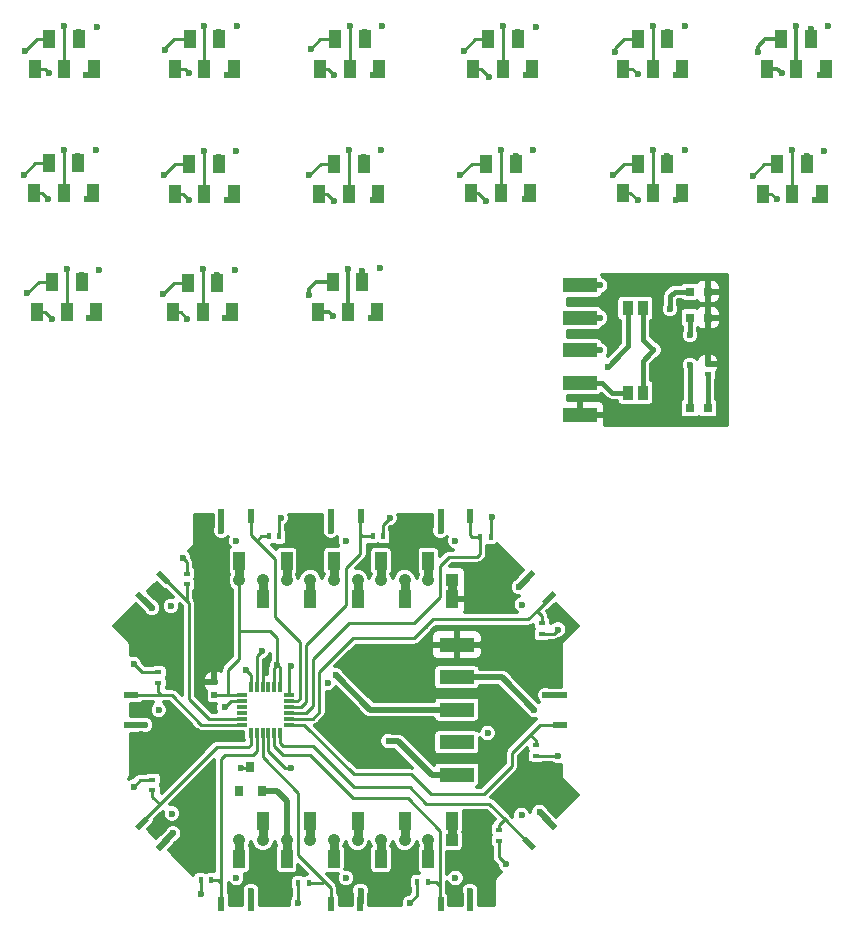
<source format=gbl>
G04 #@! TF.FileFunction,Copper,L4,Bot,Plane*
%FSLAX46Y46*%
G04 Gerber Fmt 4.6, Leading zero omitted, Abs format (unit mm)*
G04 Created by KiCad (PCBNEW 4.0.7-e2-6376~58~ubuntu16.04.1) date Fri Aug  3 16:41:56 2018*
%MOMM*%
%LPD*%
G01*
G04 APERTURE LIST*
%ADD10C,0.100000*%
%ADD11C,1.050000*%
%ADD12R,1.050000X1.050000*%
%ADD13R,1.000000X1.600000*%
%ADD14R,0.500000X1.250000*%
%ADD15R,0.850000X0.300000*%
%ADD16R,0.300000X0.850000*%
%ADD17R,1.250000X0.500000*%
%ADD18R,0.800000X0.900000*%
%ADD19R,0.500000X0.600000*%
%ADD20R,0.400000X0.600000*%
%ADD21R,0.600000X0.400000*%
%ADD22R,3.000000X1.250000*%
%ADD23R,0.800000X0.750000*%
%ADD24R,0.970000X1.270000*%
%ADD25R,1.000000X1.500000*%
%ADD26C,0.600000*%
%ADD27C,0.500000*%
%ADD28C,0.800000*%
%ADD29C,0.250000*%
%ADD30C,0.400000*%
%ADD31C,0.300000*%
%ADD32C,0.351000*%
G04 APERTURE END LIST*
D10*
D11*
X129600000Y-95750000D03*
X145600000Y-95750000D03*
D12*
X147600000Y-95750000D03*
D11*
X133600000Y-95750000D03*
X131600000Y-95750000D03*
X143600000Y-95750000D03*
X141600000Y-95750000D03*
X135600000Y-95750000D03*
X137600000Y-95750000D03*
X139600000Y-95750000D03*
D13*
X147600000Y-97350000D03*
X145600000Y-94150000D03*
X143600000Y-97350000D03*
X141600000Y-94150000D03*
X139600000Y-97350000D03*
X137600000Y-94150000D03*
X135600000Y-97350000D03*
X133600000Y-94150000D03*
X131600000Y-97350000D03*
X129600000Y-94150000D03*
D11*
X147600000Y-95750000D03*
X145600000Y-95750000D03*
X143600000Y-95750000D03*
X141600000Y-95750000D03*
X139600000Y-95750000D03*
X137600000Y-95750000D03*
X135600000Y-95750000D03*
X133600000Y-95750000D03*
X131600000Y-95750000D03*
X129600000Y-95750000D03*
D14*
X130580000Y-90290000D03*
X128080000Y-90290000D03*
X139860000Y-90320000D03*
X137360000Y-90320000D03*
X149130000Y-90300000D03*
X146630000Y-90300000D03*
X146640000Y-123200000D03*
X149140000Y-123200000D03*
X128070000Y-123140000D03*
X130570000Y-123140000D03*
D15*
X133760000Y-105480000D03*
X133760000Y-105980000D03*
X133760000Y-106480000D03*
X133760000Y-106980000D03*
X133760000Y-107480000D03*
X133760000Y-107980000D03*
D16*
X133060000Y-108680000D03*
X132560000Y-108680000D03*
X132060000Y-108680000D03*
X131560000Y-108680000D03*
X131060000Y-108680000D03*
X130560000Y-108680000D03*
D15*
X129860000Y-107980000D03*
X129860000Y-107480000D03*
X129860000Y-106980000D03*
X129860000Y-106480000D03*
X129860000Y-105980000D03*
X129860000Y-105480000D03*
D16*
X130560000Y-104780000D03*
X131060000Y-104780000D03*
X131560000Y-104780000D03*
X132060000Y-104780000D03*
X132560000Y-104780000D03*
X133060000Y-104780000D03*
D10*
G36*
X156472601Y-96998718D02*
X155588718Y-97882601D01*
X155235165Y-97529048D01*
X156119048Y-96645165D01*
X156472601Y-96998718D01*
X156472601Y-96998718D01*
G37*
G36*
X154704835Y-95230952D02*
X153820952Y-96114835D01*
X153467399Y-95761282D01*
X154351282Y-94877399D01*
X154704835Y-95230952D01*
X154704835Y-95230952D01*
G37*
D17*
X156720000Y-108000000D03*
X156720000Y-105500000D03*
X120460000Y-105510000D03*
X120460000Y-108010000D03*
D14*
X137350000Y-123200000D03*
X139850000Y-123200000D03*
D10*
G36*
X120727399Y-116561282D02*
X121611282Y-115677399D01*
X121964835Y-116030952D01*
X121080952Y-116914835D01*
X120727399Y-116561282D01*
X120727399Y-116561282D01*
G37*
G36*
X122495165Y-118329048D02*
X123379048Y-117445165D01*
X123732601Y-117798718D01*
X122848718Y-118682601D01*
X122495165Y-118329048D01*
X122495165Y-118329048D01*
G37*
G36*
X154371282Y-118652601D02*
X153487399Y-117768718D01*
X153840952Y-117415165D01*
X154724835Y-118299048D01*
X154371282Y-118652601D01*
X154371282Y-118652601D01*
G37*
G36*
X156139048Y-116884835D02*
X155255165Y-116000952D01*
X155608718Y-115647399D01*
X156492601Y-116531282D01*
X156139048Y-116884835D01*
X156139048Y-116884835D01*
G37*
G36*
X122868718Y-94867399D02*
X123752601Y-95751282D01*
X123399048Y-96104835D01*
X122515165Y-95220952D01*
X122868718Y-94867399D01*
X122868718Y-94867399D01*
G37*
G36*
X121100952Y-96635165D02*
X121984835Y-97519048D01*
X121631282Y-97872601D01*
X120747399Y-96988718D01*
X121100952Y-96635165D01*
X121100952Y-96635165D01*
G37*
D18*
X131490000Y-113610000D03*
X129590000Y-113610000D03*
X130540000Y-111610000D03*
D19*
X127480000Y-104370000D03*
X127480000Y-105470000D03*
D20*
X132970000Y-92040000D03*
X132070000Y-92040000D03*
X141775000Y-92025000D03*
X140875000Y-92025000D03*
X150875000Y-92075000D03*
X149975000Y-92075000D03*
D21*
X155225000Y-100300000D03*
X155225000Y-99400000D03*
X154725000Y-110625000D03*
X154725000Y-109725000D03*
X151575000Y-117800000D03*
X151575000Y-116900000D03*
D20*
X144675000Y-121325000D03*
X145575000Y-121325000D03*
X134600000Y-121425000D03*
X135500000Y-121425000D03*
X126325000Y-121175000D03*
X127225000Y-121175000D03*
D21*
X122225000Y-112650000D03*
X122225000Y-113550000D03*
X122750000Y-103550000D03*
X122750000Y-104450000D03*
X125150000Y-95200000D03*
X125150000Y-96100000D03*
D11*
X129600000Y-117750000D03*
X145600000Y-117750000D03*
D12*
X147600000Y-117750000D03*
D11*
X133600000Y-117750000D03*
X131600000Y-117750000D03*
X143600000Y-117750000D03*
X141600000Y-117750000D03*
X135600000Y-117750000D03*
X137600000Y-117750000D03*
X139600000Y-117750000D03*
D13*
X147600000Y-116150000D03*
X145600000Y-119350000D03*
X143600000Y-116150000D03*
X141600000Y-119350000D03*
X139600000Y-116150000D03*
X137600000Y-119350000D03*
X135600000Y-116150000D03*
X133600000Y-119350000D03*
X131600000Y-116150000D03*
X129600000Y-119350000D03*
D11*
X147600000Y-117750000D03*
X145600000Y-117750000D03*
X143600000Y-117750000D03*
X141600000Y-117750000D03*
X139600000Y-117750000D03*
X137600000Y-117750000D03*
X135600000Y-117750000D03*
X133600000Y-117750000D03*
X131600000Y-117750000D03*
X129600000Y-117750000D03*
D22*
X148000000Y-112225000D03*
X148000000Y-109475000D03*
X148000000Y-106725000D03*
X148000000Y-103975000D03*
X148000000Y-101225000D03*
D23*
X169260000Y-71325000D03*
X167760000Y-71325000D03*
X169260000Y-81200000D03*
X167760000Y-81200000D03*
X169260000Y-73525000D03*
X167760000Y-73525000D03*
D24*
X162495000Y-72725000D03*
X163775000Y-72725000D03*
X163775000Y-79875000D03*
X162495000Y-79875000D03*
D22*
X158410000Y-81800000D03*
X158410000Y-79050000D03*
X158410000Y-76300000D03*
X158410000Y-73550000D03*
X158410000Y-70800000D03*
D21*
X169260000Y-78325000D03*
X169260000Y-77425000D03*
D25*
X177985000Y-49945000D03*
X175485000Y-49945000D03*
X179235000Y-52445000D03*
X176735000Y-52445000D03*
X174235000Y-52445000D03*
X116015000Y-49950000D03*
X113515000Y-49950000D03*
X117265000Y-52450000D03*
X114765000Y-52450000D03*
X112265000Y-52450000D03*
X127895000Y-49950000D03*
X125395000Y-49950000D03*
X129145000Y-52450000D03*
X126645000Y-52450000D03*
X124145000Y-52450000D03*
X177655000Y-60520000D03*
X175155000Y-60520000D03*
X178905000Y-63020000D03*
X176405000Y-63020000D03*
X173905000Y-63020000D03*
X140015000Y-70510000D03*
X137515000Y-70510000D03*
X141265000Y-73010000D03*
X138765000Y-73010000D03*
X136265000Y-73010000D03*
X165840000Y-49945000D03*
X163340000Y-49945000D03*
X167090000Y-52445000D03*
X164590000Y-52445000D03*
X162090000Y-52445000D03*
X116240000Y-70520000D03*
X113740000Y-70520000D03*
X117490000Y-73020000D03*
X114990000Y-73020000D03*
X112490000Y-73020000D03*
X153160000Y-49970000D03*
X150660000Y-49970000D03*
X154410000Y-52470000D03*
X151910000Y-52470000D03*
X149410000Y-52470000D03*
X127870000Y-60520000D03*
X125370000Y-60520000D03*
X129120000Y-63020000D03*
X126620000Y-63020000D03*
X124120000Y-63020000D03*
X115960000Y-60470000D03*
X113460000Y-60470000D03*
X117210000Y-62970000D03*
X114710000Y-62970000D03*
X112210000Y-62970000D03*
X140210000Y-49960000D03*
X137710000Y-49960000D03*
X141460000Y-52460000D03*
X138960000Y-52460000D03*
X136460000Y-52460000D03*
X165830000Y-60500000D03*
X163330000Y-60500000D03*
X167080000Y-63000000D03*
X164580000Y-63000000D03*
X162080000Y-63000000D03*
X127740000Y-70560000D03*
X125240000Y-70560000D03*
X128990000Y-73060000D03*
X126490000Y-73060000D03*
X123990000Y-73060000D03*
X152990000Y-60480000D03*
X150490000Y-60480000D03*
X154240000Y-62980000D03*
X151740000Y-62980000D03*
X149240000Y-62980000D03*
X140120000Y-60520000D03*
X137620000Y-60520000D03*
X141370000Y-63020000D03*
X138870000Y-63020000D03*
X136370000Y-63020000D03*
D26*
X142225000Y-109375000D03*
X129750000Y-111630000D03*
X134000000Y-111640000D03*
X126325000Y-122325000D03*
X151020000Y-90390000D03*
X133100000Y-90500000D03*
X142320000Y-90500000D03*
X156570000Y-99930000D03*
X156570000Y-110660000D03*
X152180000Y-119780000D03*
X144050000Y-123060000D03*
X134570000Y-123060000D03*
X120650000Y-113230000D03*
X124840000Y-93910000D03*
X120650000Y-102830000D03*
X132825000Y-102950000D03*
X153425000Y-103425000D03*
X127490000Y-103080000D03*
X131820000Y-102990000D03*
X126410000Y-116510000D03*
X153430000Y-113980000D03*
X131830000Y-119770000D03*
X139860000Y-119780000D03*
X150370000Y-117100000D03*
X136110000Y-93590000D03*
X126820000Y-96600000D03*
X123960000Y-101620000D03*
X123970000Y-109240000D03*
X150970000Y-96830000D03*
X143600000Y-93590000D03*
X150620000Y-108690000D03*
X133930000Y-102990000D03*
X131490000Y-101760000D03*
X137070000Y-104450000D03*
X123870000Y-115510000D03*
X138610000Y-120970000D03*
X123820000Y-97940000D03*
X122770000Y-106750000D03*
X147890000Y-120960000D03*
X153490000Y-115650000D03*
X154570000Y-106750000D03*
X153520000Y-97820000D03*
X138610000Y-92430000D03*
X129330000Y-92430000D03*
X147890000Y-92430000D03*
X129340000Y-120970000D03*
X137750000Y-103810000D03*
X130170000Y-103380000D03*
X122200000Y-98090000D03*
X121630000Y-108000000D03*
X123970000Y-117190000D03*
X130580000Y-122040000D03*
X139860000Y-122040000D03*
X149140000Y-122040000D03*
X155010000Y-115400000D03*
X155500000Y-105500000D03*
X153260000Y-96320000D03*
X137360000Y-91560000D03*
X146630000Y-91560000D03*
X128080000Y-91560000D03*
X128350000Y-106525000D03*
X165010000Y-78150000D03*
X160110000Y-81800000D03*
X166060000Y-72800000D03*
X160110000Y-70800000D03*
X167760000Y-77550000D03*
X167760000Y-75000000D03*
X160785000Y-77675000D03*
X164660000Y-76275000D03*
X160110000Y-76300000D03*
X160110000Y-73550000D03*
X179470000Y-48810000D03*
X178735000Y-52970000D03*
X175535000Y-52845000D03*
X117520000Y-48940000D03*
X116640000Y-52980000D03*
X113480000Y-52830000D03*
X177985000Y-49045000D03*
X173485000Y-51045000D03*
X176735000Y-48820000D03*
X116020000Y-49300000D03*
X111440000Y-50990000D03*
X114770000Y-48790000D03*
X129390000Y-48810000D03*
X128550000Y-52980000D03*
X125360000Y-52850000D03*
X179120000Y-59410000D03*
X178320000Y-63550000D03*
X175120000Y-63510000D03*
X141500000Y-69350000D03*
X140765000Y-73535000D03*
X137515000Y-73360000D03*
X127900000Y-49330000D03*
X123330000Y-50900000D03*
X126640000Y-48850000D03*
X177650000Y-59880000D03*
X173060000Y-61500000D03*
X176410000Y-59370000D03*
X140015000Y-69560000D03*
X135465000Y-71635000D03*
X138765000Y-69435000D03*
X167320000Y-48810000D03*
X166590000Y-52970000D03*
X163340000Y-52930000D03*
X165850000Y-49340000D03*
X161370000Y-51020000D03*
X164590000Y-48830000D03*
X117700000Y-69520000D03*
X116900000Y-73540000D03*
X113750000Y-73640000D03*
X154680000Y-48900000D03*
X153890000Y-53010000D03*
X150710000Y-53130000D03*
X129340000Y-59420000D03*
X128590000Y-63530000D03*
X125330000Y-63540000D03*
X117440000Y-59370000D03*
X116700000Y-63520000D03*
X113410000Y-63480000D03*
X141700000Y-48840000D03*
X140930000Y-52980000D03*
X137620000Y-53010000D03*
X167310000Y-59340000D03*
X166580000Y-63530000D03*
X163310000Y-63600000D03*
X129240000Y-69480000D03*
X128390000Y-73580000D03*
X125180000Y-73600000D03*
X154430000Y-59370000D03*
X153740000Y-63500000D03*
X150460000Y-63620000D03*
X141610000Y-59340000D03*
X140870000Y-63550000D03*
X137640000Y-63640000D03*
X116250000Y-69900000D03*
X111640000Y-71480000D03*
X114990000Y-69380000D03*
X153160000Y-49330000D03*
X148600000Y-50940000D03*
X151910000Y-48810000D03*
X127870000Y-59900000D03*
X123240000Y-61470000D03*
X126620000Y-59390000D03*
X115960000Y-59840000D03*
X111350000Y-61430000D03*
X114710000Y-59360000D03*
X140210000Y-49330000D03*
X135630000Y-50780000D03*
X138960000Y-48800000D03*
X165830000Y-59870000D03*
X161210000Y-61440000D03*
X164580000Y-59330000D03*
X127740000Y-69930000D03*
X123110000Y-71540000D03*
X126500000Y-69400000D03*
X152990000Y-59850000D03*
X148320000Y-61430000D03*
X151750000Y-59330000D03*
X140120000Y-59890000D03*
X135520000Y-61470000D03*
X138870000Y-59360000D03*
D27*
X148000000Y-112225000D02*
X145875000Y-112225000D01*
X143025000Y-109375000D02*
X142225000Y-109375000D01*
X145875000Y-112225000D02*
X143025000Y-109375000D01*
D28*
X129600000Y-94150000D02*
X129600000Y-95750000D01*
D29*
X132060000Y-108690000D02*
X132060000Y-110220000D01*
X129750000Y-111630000D02*
X130560000Y-111630000D01*
X133480000Y-111640000D02*
X134000000Y-111640000D01*
X132060000Y-110220000D02*
X133480000Y-111640000D01*
X132975000Y-92050000D02*
X132975000Y-90625000D01*
X132975000Y-90625000D02*
X133100000Y-90500000D01*
X141775000Y-92025000D02*
X141775000Y-91045000D01*
X141775000Y-91045000D02*
X142320000Y-90500000D01*
X150875000Y-92075000D02*
X150875000Y-90535000D01*
X150875000Y-90535000D02*
X151020000Y-90390000D01*
X155225000Y-100300000D02*
X156200000Y-100300000D01*
X156200000Y-100300000D02*
X156570000Y-99930000D01*
X154725000Y-110625000D02*
X156535000Y-110625000D01*
X156535000Y-110625000D02*
X156570000Y-110660000D01*
X151575000Y-117800000D02*
X151575000Y-119175000D01*
X151575000Y-119175000D02*
X152180000Y-119780000D01*
X144675000Y-121325000D02*
X144675000Y-122435000D01*
X144675000Y-122435000D02*
X144050000Y-123060000D01*
X134600000Y-121425000D02*
X134600000Y-123030000D01*
X134600000Y-123030000D02*
X134570000Y-123060000D01*
X126340000Y-121160000D02*
X126340000Y-122310000D01*
X126340000Y-122310000D02*
X126325000Y-122325000D01*
X122220000Y-112660000D02*
X121220000Y-112660000D01*
X121220000Y-112660000D02*
X120650000Y-113230000D01*
X122750000Y-103550000D02*
X121370000Y-103550000D01*
X121370000Y-103550000D02*
X120650000Y-102830000D01*
X125150000Y-95250000D02*
X125150000Y-94220000D01*
X125150000Y-94220000D02*
X124840000Y-93910000D01*
X129860000Y-105490000D02*
X128675000Y-105490000D01*
X128675000Y-105490000D02*
X127520000Y-105490000D01*
X127520000Y-105490000D02*
X127490000Y-105460000D01*
X133060000Y-104790000D02*
X133060000Y-103185000D01*
X132560000Y-103165000D02*
X132560000Y-104790000D01*
X132825000Y-102950000D02*
X132825000Y-100675000D01*
X132230000Y-100080000D02*
X129600000Y-100080000D01*
X132825000Y-100675000D02*
X132230000Y-100080000D01*
X132825000Y-102950000D02*
X132925000Y-103050000D01*
X129600000Y-100080000D02*
X129600000Y-100250000D01*
X129600000Y-102400000D02*
X129600000Y-102425000D01*
X128675000Y-103350000D02*
X128675000Y-105490000D01*
X129600000Y-102425000D02*
X128675000Y-103350000D01*
X129600000Y-100250000D02*
X129600000Y-102400000D01*
X133060000Y-103185000D02*
X132925000Y-103050000D01*
X132925000Y-103050000D02*
X132675000Y-103050000D01*
X132675000Y-103050000D02*
X132560000Y-103165000D01*
X129600000Y-94575000D02*
X129600000Y-100080000D01*
D27*
X148000000Y-101225000D02*
X151225000Y-101225000D01*
X151225000Y-101225000D02*
X153425000Y-103425000D01*
X153425000Y-103425000D02*
X153450000Y-103425000D01*
D28*
X147600000Y-95750000D02*
X147600000Y-97350000D01*
D29*
X127490000Y-103080000D02*
X127490000Y-104360000D01*
X131560000Y-104790000D02*
X131560000Y-103250000D01*
X131560000Y-103250000D02*
X131820000Y-102990000D01*
X133760000Y-103160000D02*
X133930000Y-102990000D01*
X133760000Y-105490000D02*
X133760000Y-103160000D01*
D27*
X148000000Y-103975000D02*
X151795000Y-103975000D01*
X151795000Y-103975000D02*
X154570000Y-106750000D01*
D28*
X141600000Y-95750000D02*
X141600000Y-94150000D01*
D29*
X131060000Y-104790000D02*
X131060000Y-102190000D01*
X131060000Y-102190000D02*
X131490000Y-101760000D01*
D27*
X148000000Y-106725000D02*
X140665000Y-106725000D01*
X140665000Y-106725000D02*
X137750000Y-103810000D01*
D28*
X139600000Y-95750000D02*
X139600000Y-97350000D01*
D29*
X130560000Y-104790000D02*
X130560000Y-103770000D01*
X130560000Y-103770000D02*
X130170000Y-103380000D01*
D27*
X122200000Y-98090000D02*
X121436117Y-97326117D01*
X121436117Y-97326117D02*
X121436117Y-97323883D01*
X121630000Y-108000000D02*
X120550000Y-108000000D01*
X123970000Y-117190000D02*
X123216117Y-117943883D01*
X123216117Y-117943883D02*
X123203883Y-117943883D01*
X130580000Y-122040000D02*
X130580000Y-123110000D01*
X139860000Y-122040000D02*
X139860000Y-123110000D01*
X149140000Y-122040000D02*
X149140000Y-123110000D01*
X155010000Y-115400000D02*
X155783883Y-116173883D01*
X155783883Y-116173883D02*
X155783883Y-116176117D01*
X156660000Y-105500000D02*
X155500000Y-105500000D01*
X153260000Y-96320000D02*
X154016117Y-95563883D01*
X154016117Y-95563883D02*
X154016117Y-95556117D01*
X137360000Y-90390000D02*
X137360000Y-91560000D01*
X128080000Y-90390000D02*
X128080000Y-91560000D01*
X146640000Y-91550000D02*
X146640000Y-90390000D01*
X146630000Y-91560000D02*
X146640000Y-91550000D01*
D29*
X132075000Y-92050000D02*
X131430000Y-92050000D01*
X131430000Y-92050000D02*
X131080000Y-92400000D01*
X133750000Y-105990000D02*
X134510000Y-105990000D01*
X130580000Y-91900000D02*
X130580000Y-90390000D01*
X132610000Y-93930000D02*
X131080000Y-92400000D01*
X131080000Y-92400000D02*
X130580000Y-91900000D01*
X132610000Y-98900000D02*
X132610000Y-93930000D01*
X134700000Y-100990000D02*
X132610000Y-98900000D01*
X134700000Y-105800000D02*
X134700000Y-100990000D01*
X134510000Y-105990000D02*
X134700000Y-105800000D01*
X138610000Y-94760000D02*
X139850000Y-93520000D01*
X138610000Y-97860000D02*
X138610000Y-94760000D01*
X135270000Y-101200000D02*
X138610000Y-97860000D01*
X135270000Y-106040000D02*
X135270000Y-101200000D01*
X139850000Y-93520000D02*
X139850000Y-91850000D01*
X134820000Y-106490000D02*
X135270000Y-106040000D01*
X140025000Y-92025000D02*
X139850000Y-91850000D01*
X140875000Y-92025000D02*
X140025000Y-92025000D01*
X133750000Y-106490000D02*
X134820000Y-106490000D01*
X139850000Y-91850000D02*
X139850000Y-90390000D01*
X149975000Y-92075000D02*
X149975000Y-93550000D01*
X146600000Y-97150000D02*
X144875000Y-98875000D01*
X146600000Y-94525000D02*
X146600000Y-97150000D01*
X147350000Y-93775000D02*
X146600000Y-94525000D01*
X149750000Y-93775000D02*
X147350000Y-93775000D01*
X149975000Y-93550000D02*
X149750000Y-93775000D01*
X144000000Y-99380000D02*
X144370000Y-99380000D01*
X135240000Y-106990000D02*
X135840000Y-106390000D01*
X135840000Y-106390000D02*
X135840000Y-102390000D01*
X135840000Y-102390000D02*
X138850000Y-99380000D01*
X138850000Y-99380000D02*
X144000000Y-99380000D01*
X133750000Y-106990000D02*
X135240000Y-106990000D01*
X144370000Y-99380000D02*
X144875000Y-98875000D01*
X149975000Y-92075000D02*
X149325000Y-92075000D01*
X149325000Y-92075000D02*
X149140000Y-91890000D01*
X149140000Y-91890000D02*
X149140000Y-90390000D01*
X144350000Y-100690000D02*
X144360000Y-100690000D01*
X154032766Y-99075000D02*
X154050000Y-99057766D01*
X145975000Y-99075000D02*
X154032766Y-99075000D01*
X144360000Y-100690000D02*
X145975000Y-99075000D01*
X154050000Y-99057766D02*
X154050000Y-99050000D01*
X154050000Y-99050000D02*
X154050000Y-99057766D01*
X139250000Y-100690000D02*
X144350000Y-100690000D01*
X144350000Y-100690000D02*
X144385000Y-100690000D01*
X144385000Y-100690000D02*
X145450000Y-99625000D01*
X144385000Y-100690000D02*
X145450000Y-99625000D01*
X155225000Y-99400000D02*
X155225000Y-98805000D01*
X155225000Y-98805000D02*
X154763883Y-98343883D01*
X133760000Y-107490000D02*
X135810000Y-107490000D01*
X154050000Y-99057766D02*
X154763883Y-98343883D01*
X154763883Y-98343883D02*
X155783883Y-97323883D01*
X139230000Y-100690000D02*
X139250000Y-100690000D01*
X136380000Y-103540000D02*
X139230000Y-100690000D01*
X136380000Y-106920000D02*
X136380000Y-103540000D01*
X135810000Y-107490000D02*
X136380000Y-106920000D01*
X143600000Y-112200000D02*
X144125000Y-112200000D01*
X152700000Y-111450000D02*
X152700000Y-110350000D01*
X150275000Y-113875000D02*
X152700000Y-111450000D01*
X145800000Y-113875000D02*
X150275000Y-113875000D01*
X144125000Y-112200000D02*
X145800000Y-113875000D01*
X154725000Y-109725000D02*
X154725000Y-109315000D01*
X154725000Y-109315000D02*
X154230000Y-108820000D01*
X133760000Y-107990000D02*
X135060000Y-107990000D01*
X155050000Y-108000000D02*
X156680000Y-108000000D01*
X152700000Y-110350000D02*
X154230000Y-108820000D01*
X154230000Y-108820000D02*
X155050000Y-108000000D01*
X139270000Y-112200000D02*
X143600000Y-112200000D01*
X135060000Y-107990000D02*
X139270000Y-112200000D01*
X133770000Y-108000000D02*
X133760000Y-107990000D01*
X142350000Y-113300000D02*
X144025000Y-113300000D01*
X150775000Y-114700000D02*
X152067500Y-115992500D01*
X145425000Y-114700000D02*
X150775000Y-114700000D01*
X144025000Y-113300000D02*
X145425000Y-114700000D01*
X151575000Y-116900000D02*
X151575000Y-116485000D01*
X151575000Y-116485000D02*
X152067500Y-115992500D01*
X152067500Y-115992500D02*
X152071117Y-115988883D01*
X133060000Y-108690000D02*
X133060000Y-109535000D01*
X152071117Y-115988883D02*
X154066117Y-117983883D01*
X139310000Y-113300000D02*
X142350000Y-113300000D01*
X135810000Y-109800000D02*
X139310000Y-113300000D01*
X133325000Y-109800000D02*
X135810000Y-109800000D01*
X133060000Y-109535000D02*
X133325000Y-109800000D01*
X145575000Y-121325000D02*
X146285000Y-121325000D01*
X146285000Y-121325000D02*
X146600000Y-121640000D01*
X132560000Y-108690000D02*
X132560000Y-109810000D01*
X146600000Y-116950000D02*
X146600000Y-121640000D01*
X146600000Y-121640000D02*
X146600000Y-123075000D01*
X143875000Y-114225000D02*
X146600000Y-116950000D01*
X139250000Y-114225000D02*
X143875000Y-114225000D01*
X135550000Y-110525000D02*
X139250000Y-114225000D01*
X133275000Y-110525000D02*
X135550000Y-110525000D01*
X132560000Y-109810000D02*
X133275000Y-110525000D01*
X146600000Y-123075000D02*
X146625000Y-123100000D01*
X135500000Y-121425000D02*
X136565000Y-121425000D01*
X136565000Y-121425000D02*
X136770000Y-121220000D01*
X131560000Y-108690000D02*
X131560000Y-110760000D01*
X137350000Y-121800000D02*
X137350000Y-123100000D01*
X134600000Y-119050000D02*
X136770000Y-121220000D01*
X136770000Y-121220000D02*
X137350000Y-121800000D01*
X134600000Y-113800000D02*
X134600000Y-119050000D01*
X131560000Y-110760000D02*
X134600000Y-113800000D01*
X127240000Y-121160000D02*
X127790000Y-121160000D01*
X127790000Y-121160000D02*
X128080000Y-121450000D01*
X131060000Y-108690000D02*
X131060000Y-110190000D01*
X128080000Y-110855000D02*
X128080000Y-121450000D01*
X128080000Y-121450000D02*
X128080000Y-123110000D01*
X128410000Y-110525000D02*
X128080000Y-110855000D01*
X130725000Y-110525000D02*
X128410000Y-110525000D01*
X131060000Y-110190000D02*
X130725000Y-110525000D01*
X122220000Y-113560000D02*
X122220000Y-114090000D01*
X122220000Y-114090000D02*
X122868617Y-114738617D01*
X130560000Y-108690000D02*
X130560000Y-109665000D01*
X127732234Y-109875000D02*
X122868617Y-114738617D01*
X122868617Y-114738617D02*
X121441117Y-116166117D01*
X130350000Y-109875000D02*
X127732234Y-109875000D01*
X130560000Y-109665000D02*
X130350000Y-109875000D01*
X122750000Y-104450000D02*
X122750000Y-105180000D01*
X122750000Y-105180000D02*
X123070000Y-105500000D01*
X129860000Y-107990000D02*
X126390000Y-107990000D01*
X123900000Y-105500000D02*
X123070000Y-105500000D01*
X123070000Y-105500000D02*
X120525000Y-105500000D01*
X126390000Y-107990000D02*
X123900000Y-105500000D01*
X125150000Y-96150000D02*
X125150000Y-97507234D01*
X125150000Y-97507234D02*
X125300000Y-97657234D01*
X129860000Y-107490000D02*
X126990000Y-107490000D01*
X125300000Y-97657234D02*
X123208883Y-95566117D01*
X125300000Y-105800000D02*
X125300000Y-98675000D01*
X125300000Y-98675000D02*
X125300000Y-97657234D01*
X126990000Y-107490000D02*
X125300000Y-105800000D01*
D28*
X133600000Y-119350000D02*
X133600000Y-117750000D01*
D27*
X131510000Y-113630000D02*
X132790000Y-113630000D01*
X133600000Y-114440000D02*
X133600000Y-117750000D01*
X132790000Y-113630000D02*
X133600000Y-114440000D01*
X133600000Y-117750000D02*
X133600000Y-118925000D01*
D29*
X129860000Y-105990000D02*
X128885000Y-105990000D01*
X128885000Y-105990000D02*
X128350000Y-106525000D01*
D28*
X129600000Y-117750000D02*
X129600000Y-119350000D01*
X145600000Y-119350000D02*
X145600000Y-117750000D01*
X147600000Y-116150000D02*
X147600000Y-117750000D01*
X131600000Y-116150000D02*
X131600000Y-117750000D01*
X143600000Y-116150000D02*
X143600000Y-117750000D01*
X141600000Y-119350000D02*
X141600000Y-117750000D01*
X135600000Y-116150000D02*
X135600000Y-117750000D01*
X137600000Y-119350000D02*
X137600000Y-117750000D01*
X139600000Y-116150000D02*
X139600000Y-117750000D01*
X145600000Y-94150000D02*
X145600000Y-95750000D01*
X133600000Y-95750000D02*
X133600000Y-94150000D01*
X131600000Y-95750000D02*
X131600000Y-97350000D01*
X143600000Y-95750000D02*
X143600000Y-97350000D01*
X135600000Y-95750000D02*
X135600000Y-97350000D01*
X137600000Y-95750000D02*
X137600000Y-94150000D01*
D30*
X165010000Y-78150000D02*
X165010000Y-77825000D01*
X166460000Y-76375000D02*
X169260000Y-76375000D01*
X165010000Y-77825000D02*
X166460000Y-76375000D01*
X169260000Y-73525000D02*
X169260000Y-76375000D01*
X169260000Y-76375000D02*
X169260000Y-77425000D01*
X169260000Y-71325000D02*
X169260000Y-73525000D01*
D31*
X169260000Y-73525000D02*
X169260000Y-76275000D01*
X169260000Y-76275000D02*
X169260000Y-77425000D01*
X160110000Y-81800000D02*
X158410000Y-81800000D01*
D30*
X166060000Y-72800000D02*
X166060000Y-71725000D01*
X166460000Y-71325000D02*
X167760000Y-71325000D01*
X166060000Y-71725000D02*
X166460000Y-71325000D01*
D31*
X167760000Y-71325000D02*
X167535000Y-71325000D01*
X160110000Y-70800000D02*
X158410000Y-70800000D01*
D30*
X169260000Y-78325000D02*
X169260000Y-81200000D01*
X167760000Y-81200000D02*
X167760000Y-77550000D01*
X167760000Y-73525000D02*
X167760000Y-75000000D01*
X162495000Y-72725000D02*
X162495000Y-75965000D01*
X162495000Y-75965000D02*
X160785000Y-77675000D01*
D31*
X160785000Y-77675000D02*
X162495000Y-75965000D01*
D30*
X163775000Y-72725000D02*
X163775000Y-75390000D01*
X163775000Y-75390000D02*
X164660000Y-76275000D01*
X163775000Y-79875000D02*
X163775000Y-77160000D01*
X163775000Y-77160000D02*
X164660000Y-76275000D01*
D31*
X163775000Y-75390000D02*
X164660000Y-76275000D01*
X163775000Y-77160000D02*
X164660000Y-76275000D01*
D30*
X158410000Y-79050000D02*
X160285000Y-79050000D01*
X161110000Y-79875000D02*
X162495000Y-79875000D01*
X160285000Y-79050000D02*
X161110000Y-79875000D01*
D31*
X160110000Y-76300000D02*
X158410000Y-76300000D01*
X158410000Y-73550000D02*
X160110000Y-73550000D01*
X178735000Y-52970000D02*
X179235000Y-52470000D01*
X179235000Y-52470000D02*
X179235000Y-52445000D01*
X174235000Y-52445000D02*
X175135000Y-52445000D01*
X175135000Y-52445000D02*
X175535000Y-52845000D01*
D29*
X116640000Y-52980000D02*
X117170000Y-52450000D01*
X117170000Y-52450000D02*
X117265000Y-52450000D01*
X112265000Y-52450000D02*
X113100000Y-52450000D01*
X113100000Y-52450000D02*
X113480000Y-52830000D01*
D31*
X177985000Y-49045000D02*
X177985000Y-49945000D01*
X175485000Y-49945000D02*
X174110000Y-49945000D01*
X173485000Y-50570000D02*
X173485000Y-51045000D01*
X174110000Y-49945000D02*
X173485000Y-50570000D01*
X176735000Y-52445000D02*
X176735000Y-48820000D01*
D29*
X116020000Y-49300000D02*
X116015000Y-49305000D01*
X116015000Y-49305000D02*
X116015000Y-49950000D01*
X112480000Y-49950000D02*
X113515000Y-49950000D01*
X111440000Y-50990000D02*
X112480000Y-49950000D01*
X114765000Y-52450000D02*
X114765000Y-48795000D01*
X114765000Y-48795000D02*
X114770000Y-48790000D01*
X129145000Y-52450000D02*
X129080000Y-52450000D01*
X129080000Y-52450000D02*
X128550000Y-52980000D01*
X124145000Y-52450000D02*
X124960000Y-52450000D01*
X124960000Y-52450000D02*
X125360000Y-52850000D01*
X178320000Y-63550000D02*
X178850000Y-63020000D01*
X178850000Y-63020000D02*
X178905000Y-63020000D01*
X173905000Y-63020000D02*
X174630000Y-63020000D01*
X174630000Y-63020000D02*
X175120000Y-63510000D01*
X140765000Y-73535000D02*
X141265000Y-73035000D01*
X141265000Y-73035000D02*
X141265000Y-73010000D01*
D31*
X136265000Y-73010000D02*
X137165000Y-73010000D01*
X137165000Y-73010000D02*
X137515000Y-73360000D01*
D29*
X127900000Y-49330000D02*
X127895000Y-49335000D01*
X127895000Y-49335000D02*
X127895000Y-49950000D01*
X125395000Y-49950000D02*
X124080000Y-49950000D01*
X123330000Y-50700000D02*
X123330000Y-50900000D01*
X124080000Y-49950000D02*
X123330000Y-50700000D01*
X126645000Y-52450000D02*
X126645000Y-48855000D01*
X126645000Y-48855000D02*
X126640000Y-48850000D01*
X177650000Y-59880000D02*
X177655000Y-59885000D01*
X177655000Y-59885000D02*
X177655000Y-60520000D01*
X174040000Y-60520000D02*
X175155000Y-60520000D01*
X173060000Y-61500000D02*
X174040000Y-60520000D01*
X176405000Y-63020000D02*
X176405000Y-59375000D01*
X176405000Y-59375000D02*
X176410000Y-59370000D01*
X140015000Y-69560000D02*
X140015000Y-70510000D01*
D31*
X137515000Y-70510000D02*
X136090000Y-70510000D01*
X135465000Y-71135000D02*
X135465000Y-71635000D01*
X136090000Y-70510000D02*
X135465000Y-71135000D01*
X138765000Y-73010000D02*
X138765000Y-69435000D01*
D29*
X166590000Y-52970000D02*
X167090000Y-52470000D01*
X167090000Y-52470000D02*
X167090000Y-52445000D01*
X162090000Y-52445000D02*
X162855000Y-52445000D01*
X162855000Y-52445000D02*
X163340000Y-52930000D01*
X165850000Y-49340000D02*
X165840000Y-49350000D01*
X165840000Y-49350000D02*
X165840000Y-49945000D01*
X163340000Y-49945000D02*
X162125000Y-49945000D01*
X161370000Y-50700000D02*
X161370000Y-51020000D01*
X162125000Y-49945000D02*
X161370000Y-50700000D01*
X164590000Y-52445000D02*
X164590000Y-48830000D01*
X116900000Y-73540000D02*
X117420000Y-73020000D01*
X117420000Y-73020000D02*
X117490000Y-73020000D01*
X112490000Y-73020000D02*
X113130000Y-73020000D01*
X113130000Y-73020000D02*
X113750000Y-73640000D01*
X154410000Y-52470000D02*
X154410000Y-52490000D01*
X154410000Y-52490000D02*
X153890000Y-53010000D01*
X149410000Y-52470000D02*
X150050000Y-52470000D01*
X150050000Y-52470000D02*
X150710000Y-53130000D01*
X129120000Y-63020000D02*
X129100000Y-63020000D01*
X129100000Y-63020000D02*
X128590000Y-63530000D01*
X124120000Y-63020000D02*
X124810000Y-63020000D01*
X124810000Y-63020000D02*
X125330000Y-63540000D01*
X117210000Y-62970000D02*
X117210000Y-63010000D01*
X117210000Y-63010000D02*
X116700000Y-63520000D01*
X112210000Y-62970000D02*
X112900000Y-62970000D01*
X112900000Y-62970000D02*
X113410000Y-63480000D01*
X140930000Y-52980000D02*
X141450000Y-52460000D01*
X141450000Y-52460000D02*
X141460000Y-52460000D01*
X136460000Y-52460000D02*
X137070000Y-52460000D01*
X137070000Y-52460000D02*
X137620000Y-53010000D01*
X167080000Y-63000000D02*
X167080000Y-63030000D01*
X167080000Y-63030000D02*
X166580000Y-63530000D01*
X162080000Y-63000000D02*
X162710000Y-63000000D01*
X162710000Y-63000000D02*
X163310000Y-63600000D01*
X128390000Y-73580000D02*
X128910000Y-73060000D01*
X128910000Y-73060000D02*
X128990000Y-73060000D01*
X123990000Y-73060000D02*
X124640000Y-73060000D01*
X124640000Y-73060000D02*
X125180000Y-73600000D01*
X154240000Y-62980000D02*
X154240000Y-63000000D01*
X154240000Y-63000000D02*
X153740000Y-63500000D01*
X149240000Y-62980000D02*
X149820000Y-62980000D01*
X149820000Y-62980000D02*
X150460000Y-63620000D01*
X140870000Y-63550000D02*
X141370000Y-63050000D01*
X141370000Y-63050000D02*
X141370000Y-63020000D01*
X136370000Y-63020000D02*
X137020000Y-63020000D01*
X137020000Y-63020000D02*
X137640000Y-63640000D01*
X116250000Y-69900000D02*
X116240000Y-69910000D01*
X116240000Y-69910000D02*
X116240000Y-70520000D01*
X113740000Y-70520000D02*
X112600000Y-70520000D01*
X112600000Y-70520000D02*
X111640000Y-71480000D01*
X114990000Y-73020000D02*
X114990000Y-69380000D01*
X153160000Y-49330000D02*
X153160000Y-49970000D01*
X149570000Y-49970000D02*
X150660000Y-49970000D01*
X148600000Y-50940000D02*
X149570000Y-49970000D01*
X151910000Y-52470000D02*
X151910000Y-48810000D01*
X127870000Y-59900000D02*
X127870000Y-60520000D01*
X124190000Y-60520000D02*
X125370000Y-60520000D01*
X123240000Y-61470000D02*
X124190000Y-60520000D01*
X126620000Y-63020000D02*
X126620000Y-59390000D01*
X115960000Y-59840000D02*
X115960000Y-60470000D01*
X113460000Y-60470000D02*
X112310000Y-60470000D01*
X112310000Y-60470000D02*
X111350000Y-61430000D01*
X114710000Y-62970000D02*
X114710000Y-59360000D01*
X140210000Y-49330000D02*
X140210000Y-49960000D01*
X137710000Y-49960000D02*
X136450000Y-49960000D01*
X136450000Y-49960000D02*
X135630000Y-50780000D01*
X138960000Y-52460000D02*
X138960000Y-48800000D01*
X165830000Y-59870000D02*
X165830000Y-60500000D01*
X163330000Y-60500000D02*
X162150000Y-60500000D01*
X162150000Y-60500000D02*
X161210000Y-61440000D01*
X164580000Y-63000000D02*
X164580000Y-59330000D01*
X127740000Y-69930000D02*
X127740000Y-70560000D01*
X124090000Y-70560000D02*
X125240000Y-70560000D01*
X123110000Y-71540000D02*
X124090000Y-70560000D01*
X126490000Y-73060000D02*
X126490000Y-69410000D01*
X126490000Y-69410000D02*
X126500000Y-69400000D01*
X152990000Y-59850000D02*
X152990000Y-60480000D01*
X150490000Y-60480000D02*
X149270000Y-60480000D01*
X149270000Y-60480000D02*
X148320000Y-61430000D01*
X151740000Y-62980000D02*
X151740000Y-59340000D01*
X151740000Y-59340000D02*
X151750000Y-59330000D01*
X140120000Y-59890000D02*
X140120000Y-60520000D01*
X136470000Y-60520000D02*
X137620000Y-60520000D01*
X135520000Y-61470000D02*
X136470000Y-60520000D01*
X138870000Y-63020000D02*
X138870000Y-59360000D01*
D32*
G36*
X144724500Y-118251080D02*
X144724500Y-118257295D01*
X144653382Y-118361380D01*
X144615185Y-118550000D01*
X144615185Y-120150000D01*
X144648341Y-120326210D01*
X144752481Y-120488047D01*
X144828788Y-120540185D01*
X144475000Y-120540185D01*
X144298790Y-120573341D01*
X144136953Y-120677481D01*
X144028382Y-120836380D01*
X143990185Y-121025000D01*
X143990185Y-121625000D01*
X144023341Y-121801210D01*
X144074500Y-121880713D01*
X144074500Y-122186265D01*
X143976329Y-122284436D01*
X143896420Y-122284366D01*
X143611288Y-122402180D01*
X143392946Y-122620141D01*
X143274635Y-122905067D01*
X143274366Y-123213580D01*
X143289208Y-123249500D01*
X140584815Y-123249500D01*
X140584815Y-123113444D01*
X140585500Y-123110000D01*
X140585500Y-122315022D01*
X140635365Y-122194933D01*
X140635634Y-121886420D01*
X140517820Y-121601288D01*
X140299859Y-121382946D01*
X140014933Y-121264635D01*
X139706420Y-121264366D01*
X139421288Y-121382180D01*
X139202946Y-121600141D01*
X139084635Y-121885067D01*
X139084366Y-122193580D01*
X139134500Y-122314914D01*
X139134500Y-122479621D01*
X139115185Y-122575000D01*
X139115185Y-123249500D01*
X138084815Y-123249500D01*
X138084815Y-122575000D01*
X138051659Y-122398790D01*
X137950500Y-122241586D01*
X137950500Y-121800005D01*
X137950501Y-121800000D01*
X137904790Y-121570198D01*
X137774618Y-121375382D01*
X137194618Y-120795382D01*
X137194615Y-120795380D01*
X137017303Y-120618068D01*
X137100000Y-120634815D01*
X137909482Y-120634815D01*
X137834635Y-120815067D01*
X137834366Y-121123580D01*
X137952180Y-121408712D01*
X138170141Y-121627054D01*
X138455067Y-121745365D01*
X138763580Y-121745634D01*
X139048712Y-121627820D01*
X139267054Y-121409859D01*
X139385365Y-121124933D01*
X139385634Y-120816420D01*
X139267820Y-120531288D01*
X139049859Y-120312946D01*
X138764933Y-120194635D01*
X138575809Y-120194470D01*
X138584815Y-120150000D01*
X138584815Y-118550000D01*
X138551659Y-118373790D01*
X138475500Y-118255436D01*
X138475500Y-118250499D01*
X138600187Y-117950220D01*
X138751323Y-118315997D01*
X139032522Y-118597688D01*
X139400115Y-118750326D01*
X139798139Y-118750673D01*
X140165997Y-118598677D01*
X140447688Y-118317478D01*
X140600187Y-117950220D01*
X140724500Y-118251080D01*
X140724500Y-118257295D01*
X140653382Y-118361380D01*
X140615185Y-118550000D01*
X140615185Y-120150000D01*
X140648341Y-120326210D01*
X140752481Y-120488047D01*
X140911380Y-120596618D01*
X141100000Y-120634815D01*
X142100000Y-120634815D01*
X142276210Y-120601659D01*
X142438047Y-120497519D01*
X142546618Y-120338620D01*
X142584815Y-120150000D01*
X142584815Y-118550000D01*
X142551659Y-118373790D01*
X142475500Y-118255436D01*
X142475500Y-118250499D01*
X142600187Y-117950220D01*
X142751323Y-118315997D01*
X143032522Y-118597688D01*
X143400115Y-118750326D01*
X143798139Y-118750673D01*
X144165997Y-118598677D01*
X144447688Y-118317478D01*
X144600187Y-117950220D01*
X144724500Y-118251080D01*
X144724500Y-118251080D01*
G37*
X144724500Y-118251080D02*
X144724500Y-118257295D01*
X144653382Y-118361380D01*
X144615185Y-118550000D01*
X144615185Y-120150000D01*
X144648341Y-120326210D01*
X144752481Y-120488047D01*
X144828788Y-120540185D01*
X144475000Y-120540185D01*
X144298790Y-120573341D01*
X144136953Y-120677481D01*
X144028382Y-120836380D01*
X143990185Y-121025000D01*
X143990185Y-121625000D01*
X144023341Y-121801210D01*
X144074500Y-121880713D01*
X144074500Y-122186265D01*
X143976329Y-122284436D01*
X143896420Y-122284366D01*
X143611288Y-122402180D01*
X143392946Y-122620141D01*
X143274635Y-122905067D01*
X143274366Y-123213580D01*
X143289208Y-123249500D01*
X140584815Y-123249500D01*
X140584815Y-123113444D01*
X140585500Y-123110000D01*
X140585500Y-122315022D01*
X140635365Y-122194933D01*
X140635634Y-121886420D01*
X140517820Y-121601288D01*
X140299859Y-121382946D01*
X140014933Y-121264635D01*
X139706420Y-121264366D01*
X139421288Y-121382180D01*
X139202946Y-121600141D01*
X139084635Y-121885067D01*
X139084366Y-122193580D01*
X139134500Y-122314914D01*
X139134500Y-122479621D01*
X139115185Y-122575000D01*
X139115185Y-123249500D01*
X138084815Y-123249500D01*
X138084815Y-122575000D01*
X138051659Y-122398790D01*
X137950500Y-122241586D01*
X137950500Y-121800005D01*
X137950501Y-121800000D01*
X137904790Y-121570198D01*
X137774618Y-121375382D01*
X137194618Y-120795382D01*
X137194615Y-120795380D01*
X137017303Y-120618068D01*
X137100000Y-120634815D01*
X137909482Y-120634815D01*
X137834635Y-120815067D01*
X137834366Y-121123580D01*
X137952180Y-121408712D01*
X138170141Y-121627054D01*
X138455067Y-121745365D01*
X138763580Y-121745634D01*
X139048712Y-121627820D01*
X139267054Y-121409859D01*
X139385365Y-121124933D01*
X139385634Y-120816420D01*
X139267820Y-120531288D01*
X139049859Y-120312946D01*
X138764933Y-120194635D01*
X138575809Y-120194470D01*
X138584815Y-120150000D01*
X138584815Y-118550000D01*
X138551659Y-118373790D01*
X138475500Y-118255436D01*
X138475500Y-118250499D01*
X138600187Y-117950220D01*
X138751323Y-118315997D01*
X139032522Y-118597688D01*
X139400115Y-118750326D01*
X139798139Y-118750673D01*
X140165997Y-118598677D01*
X140447688Y-118317478D01*
X140600187Y-117950220D01*
X140724500Y-118251080D01*
X140724500Y-118257295D01*
X140653382Y-118361380D01*
X140615185Y-118550000D01*
X140615185Y-120150000D01*
X140648341Y-120326210D01*
X140752481Y-120488047D01*
X140911380Y-120596618D01*
X141100000Y-120634815D01*
X142100000Y-120634815D01*
X142276210Y-120601659D01*
X142438047Y-120497519D01*
X142546618Y-120338620D01*
X142584815Y-120150000D01*
X142584815Y-118550000D01*
X142551659Y-118373790D01*
X142475500Y-118255436D01*
X142475500Y-118250499D01*
X142600187Y-117950220D01*
X142751323Y-118315997D01*
X143032522Y-118597688D01*
X143400115Y-118750326D01*
X143798139Y-118750673D01*
X144165997Y-118598677D01*
X144447688Y-118317478D01*
X144600187Y-117950220D01*
X144724500Y-118251080D01*
G36*
X132724500Y-118251080D02*
X132724500Y-118257295D01*
X132653382Y-118361380D01*
X132615185Y-118550000D01*
X132615185Y-120150000D01*
X132648341Y-120326210D01*
X132752481Y-120488047D01*
X132911380Y-120596618D01*
X133100000Y-120634815D01*
X134100000Y-120634815D01*
X134276210Y-120601659D01*
X134438047Y-120497519D01*
X134546618Y-120338620D01*
X134584815Y-120150000D01*
X134584815Y-119884051D01*
X135340950Y-120640185D01*
X135300000Y-120640185D01*
X135123790Y-120673341D01*
X135050379Y-120720580D01*
X134988620Y-120678382D01*
X134800000Y-120640185D01*
X134400000Y-120640185D01*
X134223790Y-120673341D01*
X134061953Y-120777481D01*
X133953382Y-120936380D01*
X133915185Y-121125000D01*
X133915185Y-121725000D01*
X133948341Y-121901210D01*
X133999500Y-121980713D01*
X133999500Y-122533738D01*
X133912946Y-122620141D01*
X133794635Y-122905067D01*
X133794366Y-123213580D01*
X133809208Y-123249500D01*
X131304815Y-123249500D01*
X131304815Y-123113444D01*
X131305500Y-123110000D01*
X131305500Y-122315022D01*
X131355365Y-122194933D01*
X131355634Y-121886420D01*
X131237820Y-121601288D01*
X131019859Y-121382946D01*
X130734933Y-121264635D01*
X130426420Y-121264366D01*
X130141288Y-121382180D01*
X129922946Y-121600141D01*
X129804635Y-121885067D01*
X129804366Y-122193580D01*
X129854500Y-122314914D01*
X129854500Y-122419621D01*
X129835185Y-122515000D01*
X129835185Y-123249500D01*
X128804815Y-123249500D01*
X128804815Y-122515000D01*
X128771659Y-122338790D01*
X128680500Y-122197126D01*
X128680500Y-121450005D01*
X128680501Y-121450000D01*
X128680500Y-121449995D01*
X128680500Y-121404646D01*
X128682180Y-121408712D01*
X128900141Y-121627054D01*
X129185067Y-121745365D01*
X129493580Y-121745634D01*
X129778712Y-121627820D01*
X129997054Y-121409859D01*
X130115365Y-121124933D01*
X130115634Y-120816420D01*
X130040596Y-120634815D01*
X130100000Y-120634815D01*
X130276210Y-120601659D01*
X130438047Y-120497519D01*
X130546618Y-120338620D01*
X130584815Y-120150000D01*
X130584815Y-118550000D01*
X130551659Y-118373790D01*
X130475500Y-118255436D01*
X130475500Y-118250499D01*
X130600187Y-117950220D01*
X130751323Y-118315997D01*
X131032522Y-118597688D01*
X131400115Y-118750326D01*
X131798139Y-118750673D01*
X132165997Y-118598677D01*
X132447688Y-118317478D01*
X132600187Y-117950220D01*
X132724500Y-118251080D01*
X132724500Y-118251080D01*
G37*
X132724500Y-118251080D02*
X132724500Y-118257295D01*
X132653382Y-118361380D01*
X132615185Y-118550000D01*
X132615185Y-120150000D01*
X132648341Y-120326210D01*
X132752481Y-120488047D01*
X132911380Y-120596618D01*
X133100000Y-120634815D01*
X134100000Y-120634815D01*
X134276210Y-120601659D01*
X134438047Y-120497519D01*
X134546618Y-120338620D01*
X134584815Y-120150000D01*
X134584815Y-119884051D01*
X135340950Y-120640185D01*
X135300000Y-120640185D01*
X135123790Y-120673341D01*
X135050379Y-120720580D01*
X134988620Y-120678382D01*
X134800000Y-120640185D01*
X134400000Y-120640185D01*
X134223790Y-120673341D01*
X134061953Y-120777481D01*
X133953382Y-120936380D01*
X133915185Y-121125000D01*
X133915185Y-121725000D01*
X133948341Y-121901210D01*
X133999500Y-121980713D01*
X133999500Y-122533738D01*
X133912946Y-122620141D01*
X133794635Y-122905067D01*
X133794366Y-123213580D01*
X133809208Y-123249500D01*
X131304815Y-123249500D01*
X131304815Y-123113444D01*
X131305500Y-123110000D01*
X131305500Y-122315022D01*
X131355365Y-122194933D01*
X131355634Y-121886420D01*
X131237820Y-121601288D01*
X131019859Y-121382946D01*
X130734933Y-121264635D01*
X130426420Y-121264366D01*
X130141288Y-121382180D01*
X129922946Y-121600141D01*
X129804635Y-121885067D01*
X129804366Y-122193580D01*
X129854500Y-122314914D01*
X129854500Y-122419621D01*
X129835185Y-122515000D01*
X129835185Y-123249500D01*
X128804815Y-123249500D01*
X128804815Y-122515000D01*
X128771659Y-122338790D01*
X128680500Y-122197126D01*
X128680500Y-121450005D01*
X128680501Y-121450000D01*
X128680500Y-121449995D01*
X128680500Y-121404646D01*
X128682180Y-121408712D01*
X128900141Y-121627054D01*
X129185067Y-121745365D01*
X129493580Y-121745634D01*
X129778712Y-121627820D01*
X129997054Y-121409859D01*
X130115365Y-121124933D01*
X130115634Y-120816420D01*
X130040596Y-120634815D01*
X130100000Y-120634815D01*
X130276210Y-120601659D01*
X130438047Y-120497519D01*
X130546618Y-120338620D01*
X130584815Y-120150000D01*
X130584815Y-118550000D01*
X130551659Y-118373790D01*
X130475500Y-118255436D01*
X130475500Y-118250499D01*
X130600187Y-117950220D01*
X130751323Y-118315997D01*
X131032522Y-118597688D01*
X131400115Y-118750326D01*
X131798139Y-118750673D01*
X132165997Y-118598677D01*
X132447688Y-118317478D01*
X132600187Y-117950220D01*
X132724500Y-118251080D01*
G36*
X151218264Y-115992500D02*
X151150382Y-116060382D01*
X151020210Y-116255198D01*
X151010240Y-116305322D01*
X150936953Y-116352481D01*
X150828382Y-116511380D01*
X150790185Y-116700000D01*
X150790185Y-117100000D01*
X150823341Y-117276210D01*
X150870580Y-117349621D01*
X150828382Y-117411380D01*
X150790185Y-117600000D01*
X150790185Y-118000000D01*
X150823341Y-118176210D01*
X150927481Y-118338047D01*
X150974500Y-118370174D01*
X150974500Y-119174995D01*
X150974499Y-119175000D01*
X151020210Y-119404802D01*
X151150382Y-119599618D01*
X151404436Y-119853671D01*
X151404366Y-119933580D01*
X151522180Y-120218712D01*
X151740141Y-120437054D01*
X151750232Y-120441244D01*
X151330738Y-120860738D01*
X151211404Y-121039332D01*
X151179545Y-121199500D01*
X151169500Y-121250000D01*
X151169500Y-123249500D01*
X149874815Y-123249500D01*
X149874815Y-122575000D01*
X149865500Y-122525495D01*
X149865500Y-122315022D01*
X149915365Y-122194933D01*
X149915634Y-121886420D01*
X149797820Y-121601288D01*
X149579859Y-121382946D01*
X149294933Y-121264635D01*
X148986420Y-121264366D01*
X148701288Y-121382180D01*
X148482946Y-121600141D01*
X148364635Y-121885067D01*
X148364366Y-122193580D01*
X148414500Y-122314914D01*
X148414500Y-122529002D01*
X148405185Y-122575000D01*
X148405185Y-123249500D01*
X147374815Y-123249500D01*
X147374815Y-122575000D01*
X147341659Y-122398790D01*
X147237519Y-122236953D01*
X147200500Y-122211659D01*
X147200500Y-121322040D01*
X147232180Y-121398712D01*
X147450141Y-121617054D01*
X147735067Y-121735365D01*
X148043580Y-121735634D01*
X148328712Y-121617820D01*
X148547054Y-121399859D01*
X148665365Y-121114933D01*
X148665634Y-120806420D01*
X148547820Y-120521288D01*
X148329859Y-120302946D01*
X148044933Y-120184635D01*
X147736420Y-120184366D01*
X147451288Y-120302180D01*
X147232946Y-120520141D01*
X147200500Y-120598280D01*
X147200500Y-118759815D01*
X148125000Y-118759815D01*
X148301210Y-118726659D01*
X148463047Y-118622519D01*
X148571618Y-118463620D01*
X148609815Y-118275000D01*
X148609815Y-117225000D01*
X148576659Y-117048790D01*
X148567646Y-117034783D01*
X148584815Y-116950000D01*
X148584815Y-115350000D01*
X148575501Y-115300500D01*
X150526264Y-115300500D01*
X151218264Y-115992500D01*
X151218264Y-115992500D01*
G37*
X151218264Y-115992500D02*
X151150382Y-116060382D01*
X151020210Y-116255198D01*
X151010240Y-116305322D01*
X150936953Y-116352481D01*
X150828382Y-116511380D01*
X150790185Y-116700000D01*
X150790185Y-117100000D01*
X150823341Y-117276210D01*
X150870580Y-117349621D01*
X150828382Y-117411380D01*
X150790185Y-117600000D01*
X150790185Y-118000000D01*
X150823341Y-118176210D01*
X150927481Y-118338047D01*
X150974500Y-118370174D01*
X150974500Y-119174995D01*
X150974499Y-119175000D01*
X151020210Y-119404802D01*
X151150382Y-119599618D01*
X151404436Y-119853671D01*
X151404366Y-119933580D01*
X151522180Y-120218712D01*
X151740141Y-120437054D01*
X151750232Y-120441244D01*
X151330738Y-120860738D01*
X151211404Y-121039332D01*
X151179545Y-121199500D01*
X151169500Y-121250000D01*
X151169500Y-123249500D01*
X149874815Y-123249500D01*
X149874815Y-122575000D01*
X149865500Y-122525495D01*
X149865500Y-122315022D01*
X149915365Y-122194933D01*
X149915634Y-121886420D01*
X149797820Y-121601288D01*
X149579859Y-121382946D01*
X149294933Y-121264635D01*
X148986420Y-121264366D01*
X148701288Y-121382180D01*
X148482946Y-121600141D01*
X148364635Y-121885067D01*
X148364366Y-122193580D01*
X148414500Y-122314914D01*
X148414500Y-122529002D01*
X148405185Y-122575000D01*
X148405185Y-123249500D01*
X147374815Y-123249500D01*
X147374815Y-122575000D01*
X147341659Y-122398790D01*
X147237519Y-122236953D01*
X147200500Y-122211659D01*
X147200500Y-121322040D01*
X147232180Y-121398712D01*
X147450141Y-121617054D01*
X147735067Y-121735365D01*
X148043580Y-121735634D01*
X148328712Y-121617820D01*
X148547054Y-121399859D01*
X148665365Y-121114933D01*
X148665634Y-120806420D01*
X148547820Y-120521288D01*
X148329859Y-120302946D01*
X148044933Y-120184635D01*
X147736420Y-120184366D01*
X147451288Y-120302180D01*
X147232946Y-120520141D01*
X147200500Y-120598280D01*
X147200500Y-118759815D01*
X148125000Y-118759815D01*
X148301210Y-118726659D01*
X148463047Y-118622519D01*
X148571618Y-118463620D01*
X148609815Y-118275000D01*
X148609815Y-117225000D01*
X148576659Y-117048790D01*
X148567646Y-117034783D01*
X148584815Y-116950000D01*
X148584815Y-115350000D01*
X148575501Y-115300500D01*
X150526264Y-115300500D01*
X151218264Y-115992500D01*
G36*
X127479500Y-120401222D02*
X127425000Y-120390185D01*
X127025000Y-120390185D01*
X126848790Y-120423341D01*
X126775379Y-120470580D01*
X126713620Y-120428382D01*
X126525000Y-120390185D01*
X126125000Y-120390185D01*
X125948790Y-120423341D01*
X125786953Y-120527481D01*
X125685089Y-120676564D01*
X123612738Y-118604213D01*
X124075417Y-118141534D01*
X124142161Y-118043851D01*
X124288537Y-117897475D01*
X124408712Y-117847820D01*
X124627054Y-117629859D01*
X124745365Y-117344933D01*
X124745634Y-117036420D01*
X124627820Y-116751288D01*
X124409859Y-116532946D01*
X124124933Y-116414635D01*
X123816420Y-116414366D01*
X123531288Y-116532180D01*
X123312946Y-116750141D01*
X123262600Y-116871388D01*
X122727746Y-117406242D01*
X122690877Y-117430877D01*
X122656993Y-117481588D01*
X122573553Y-117565028D01*
X121844972Y-116836447D01*
X122307651Y-116373768D01*
X122408805Y-116225724D01*
X122449604Y-116037650D01*
X122444729Y-116011741D01*
X123094629Y-115361841D01*
X123094366Y-115663580D01*
X123212180Y-115948712D01*
X123430141Y-116167054D01*
X123715067Y-116285365D01*
X124023580Y-116285634D01*
X124308712Y-116167820D01*
X124527054Y-115949859D01*
X124645365Y-115664933D01*
X124645634Y-115356420D01*
X124527820Y-115071288D01*
X124309859Y-114852946D01*
X124024933Y-114734635D01*
X123722099Y-114734371D01*
X127479500Y-110976970D01*
X127479500Y-120401222D01*
X127479500Y-120401222D01*
G37*
X127479500Y-120401222D02*
X127425000Y-120390185D01*
X127025000Y-120390185D01*
X126848790Y-120423341D01*
X126775379Y-120470580D01*
X126713620Y-120428382D01*
X126525000Y-120390185D01*
X126125000Y-120390185D01*
X125948790Y-120423341D01*
X125786953Y-120527481D01*
X125685089Y-120676564D01*
X123612738Y-118604213D01*
X124075417Y-118141534D01*
X124142161Y-118043851D01*
X124288537Y-117897475D01*
X124408712Y-117847820D01*
X124627054Y-117629859D01*
X124745365Y-117344933D01*
X124745634Y-117036420D01*
X124627820Y-116751288D01*
X124409859Y-116532946D01*
X124124933Y-116414635D01*
X123816420Y-116414366D01*
X123531288Y-116532180D01*
X123312946Y-116750141D01*
X123262600Y-116871388D01*
X122727746Y-117406242D01*
X122690877Y-117430877D01*
X122656993Y-117481588D01*
X122573553Y-117565028D01*
X121844972Y-116836447D01*
X122307651Y-116373768D01*
X122408805Y-116225724D01*
X122449604Y-116037650D01*
X122444729Y-116011741D01*
X123094629Y-115361841D01*
X123094366Y-115663580D01*
X123212180Y-115948712D01*
X123430141Y-116167054D01*
X123715067Y-116285365D01*
X124023580Y-116285634D01*
X124308712Y-116167820D01*
X124527054Y-115949859D01*
X124645365Y-115664933D01*
X124645634Y-115356420D01*
X124527820Y-115071288D01*
X124309859Y-114852946D01*
X124024933Y-114734635D01*
X123722099Y-114734371D01*
X127479500Y-110976970D01*
X127479500Y-120401222D01*
G36*
X153973341Y-110101210D02*
X154020580Y-110174621D01*
X153978382Y-110236380D01*
X153940185Y-110425000D01*
X153940185Y-110825000D01*
X153973341Y-111001210D01*
X154077481Y-111163047D01*
X154236380Y-111271618D01*
X154425000Y-111309815D01*
X155025000Y-111309815D01*
X155201210Y-111276659D01*
X155280713Y-111225500D01*
X156038747Y-111225500D01*
X156130141Y-111317054D01*
X156415067Y-111435365D01*
X156723580Y-111435634D01*
X156819500Y-111396001D01*
X156819500Y-112260000D01*
X156861404Y-112470668D01*
X156980738Y-112649262D01*
X158261476Y-113930000D01*
X156419214Y-115772263D01*
X155951534Y-115304583D01*
X155916997Y-115280985D01*
X155717475Y-115081463D01*
X155667820Y-114961288D01*
X155449859Y-114742946D01*
X155164933Y-114624635D01*
X154856420Y-114624366D01*
X154571288Y-114742180D01*
X154352946Y-114960141D01*
X154234635Y-115245067D01*
X154234482Y-115421025D01*
X154147820Y-115211288D01*
X153929859Y-114992946D01*
X153644933Y-114874635D01*
X153336420Y-114874366D01*
X153051288Y-114992180D01*
X152832946Y-115210141D01*
X152714635Y-115495067D01*
X152714384Y-115782914D01*
X152495735Y-115564265D01*
X152473934Y-115549698D01*
X151199618Y-114275382D01*
X151004802Y-114145210D01*
X150879042Y-114120194D01*
X153124618Y-111874618D01*
X153254790Y-111679802D01*
X153300501Y-111450000D01*
X153300500Y-111449995D01*
X153300500Y-110598736D01*
X153945577Y-109953658D01*
X153973341Y-110101210D01*
X153973341Y-110101210D01*
G37*
X153973341Y-110101210D02*
X154020580Y-110174621D01*
X153978382Y-110236380D01*
X153940185Y-110425000D01*
X153940185Y-110825000D01*
X153973341Y-111001210D01*
X154077481Y-111163047D01*
X154236380Y-111271618D01*
X154425000Y-111309815D01*
X155025000Y-111309815D01*
X155201210Y-111276659D01*
X155280713Y-111225500D01*
X156038747Y-111225500D01*
X156130141Y-111317054D01*
X156415067Y-111435365D01*
X156723580Y-111435634D01*
X156819500Y-111396001D01*
X156819500Y-112260000D01*
X156861404Y-112470668D01*
X156980738Y-112649262D01*
X158261476Y-113930000D01*
X156419214Y-115772263D01*
X155951534Y-115304583D01*
X155916997Y-115280985D01*
X155717475Y-115081463D01*
X155667820Y-114961288D01*
X155449859Y-114742946D01*
X155164933Y-114624635D01*
X154856420Y-114624366D01*
X154571288Y-114742180D01*
X154352946Y-114960141D01*
X154234635Y-115245067D01*
X154234482Y-115421025D01*
X154147820Y-115211288D01*
X153929859Y-114992946D01*
X153644933Y-114874635D01*
X153336420Y-114874366D01*
X153051288Y-114992180D01*
X152832946Y-115210141D01*
X152714635Y-115495067D01*
X152714384Y-115782914D01*
X152495735Y-115564265D01*
X152473934Y-115549698D01*
X151199618Y-114275382D01*
X151004802Y-114145210D01*
X150879042Y-114120194D01*
X153124618Y-111874618D01*
X153254790Y-111679802D01*
X153300501Y-111450000D01*
X153300500Y-111449995D01*
X153300500Y-110598736D01*
X153945577Y-109953658D01*
X153973341Y-110101210D01*
G36*
X122112946Y-106310141D02*
X121994635Y-106595067D01*
X121994366Y-106903580D01*
X122112180Y-107188712D01*
X122330141Y-107407054D01*
X122615067Y-107525365D01*
X122923580Y-107525634D01*
X123208712Y-107407820D01*
X123427054Y-107189859D01*
X123545365Y-106904933D01*
X123545634Y-106596420D01*
X123427820Y-106311288D01*
X123217400Y-106100500D01*
X123651264Y-106100500D01*
X125965380Y-108414615D01*
X125965382Y-108414618D01*
X126059520Y-108477519D01*
X126160198Y-108544790D01*
X126390000Y-108590501D01*
X126390005Y-108590500D01*
X129314930Y-108590500D01*
X129435000Y-108614815D01*
X129925185Y-108614815D01*
X129925185Y-109105000D01*
X129957078Y-109274500D01*
X127732234Y-109274500D01*
X127502432Y-109320210D01*
X127307616Y-109450382D01*
X123009815Y-113748183D01*
X123009815Y-113350000D01*
X122976659Y-113173790D01*
X122929420Y-113100379D01*
X122971618Y-113038620D01*
X123009815Y-112850000D01*
X123009815Y-112450000D01*
X122976659Y-112273790D01*
X122872519Y-112111953D01*
X122713620Y-112003382D01*
X122525000Y-111965185D01*
X121925000Y-111965185D01*
X121748790Y-111998341D01*
X121653747Y-112059500D01*
X121220005Y-112059500D01*
X121220000Y-112059499D01*
X120990198Y-112105210D01*
X120892791Y-112170296D01*
X120795382Y-112235382D01*
X120795380Y-112235385D01*
X120576329Y-112454436D01*
X120496420Y-112454366D01*
X120279575Y-112543965D01*
X120348596Y-112440668D01*
X120390500Y-112230000D01*
X120390500Y-108744815D01*
X121085000Y-108744815D01*
X121187651Y-108725500D01*
X121354978Y-108725500D01*
X121475067Y-108775365D01*
X121783580Y-108775634D01*
X122068712Y-108657820D01*
X122287054Y-108439859D01*
X122405365Y-108154933D01*
X122405634Y-107846420D01*
X122287820Y-107561288D01*
X122069859Y-107342946D01*
X121784933Y-107224635D01*
X121476420Y-107224366D01*
X121355086Y-107274500D01*
X120550000Y-107274500D01*
X120546556Y-107275185D01*
X120390500Y-107275185D01*
X120390500Y-106244815D01*
X121085000Y-106244815D01*
X121261210Y-106211659D01*
X121423047Y-106107519D01*
X121427843Y-106100500D01*
X122322953Y-106100500D01*
X122112946Y-106310141D01*
X122112946Y-106310141D01*
G37*
X122112946Y-106310141D02*
X121994635Y-106595067D01*
X121994366Y-106903580D01*
X122112180Y-107188712D01*
X122330141Y-107407054D01*
X122615067Y-107525365D01*
X122923580Y-107525634D01*
X123208712Y-107407820D01*
X123427054Y-107189859D01*
X123545365Y-106904933D01*
X123545634Y-106596420D01*
X123427820Y-106311288D01*
X123217400Y-106100500D01*
X123651264Y-106100500D01*
X125965380Y-108414615D01*
X125965382Y-108414618D01*
X126059520Y-108477519D01*
X126160198Y-108544790D01*
X126390000Y-108590501D01*
X126390005Y-108590500D01*
X129314930Y-108590500D01*
X129435000Y-108614815D01*
X129925185Y-108614815D01*
X129925185Y-109105000D01*
X129957078Y-109274500D01*
X127732234Y-109274500D01*
X127502432Y-109320210D01*
X127307616Y-109450382D01*
X123009815Y-113748183D01*
X123009815Y-113350000D01*
X122976659Y-113173790D01*
X122929420Y-113100379D01*
X122971618Y-113038620D01*
X123009815Y-112850000D01*
X123009815Y-112450000D01*
X122976659Y-112273790D01*
X122872519Y-112111953D01*
X122713620Y-112003382D01*
X122525000Y-111965185D01*
X121925000Y-111965185D01*
X121748790Y-111998341D01*
X121653747Y-112059500D01*
X121220005Y-112059500D01*
X121220000Y-112059499D01*
X120990198Y-112105210D01*
X120892791Y-112170296D01*
X120795382Y-112235382D01*
X120795380Y-112235385D01*
X120576329Y-112454436D01*
X120496420Y-112454366D01*
X120279575Y-112543965D01*
X120348596Y-112440668D01*
X120390500Y-112230000D01*
X120390500Y-108744815D01*
X121085000Y-108744815D01*
X121187651Y-108725500D01*
X121354978Y-108725500D01*
X121475067Y-108775365D01*
X121783580Y-108775634D01*
X122068712Y-108657820D01*
X122287054Y-108439859D01*
X122405365Y-108154933D01*
X122405634Y-107846420D01*
X122287820Y-107561288D01*
X122069859Y-107342946D01*
X121784933Y-107224635D01*
X121476420Y-107224366D01*
X121355086Y-107274500D01*
X120550000Y-107274500D01*
X120546556Y-107275185D01*
X120390500Y-107275185D01*
X120390500Y-106244815D01*
X121085000Y-106244815D01*
X121261210Y-106211659D01*
X121423047Y-106107519D01*
X121427843Y-106100500D01*
X122322953Y-106100500D01*
X122112946Y-106310141D01*
G36*
X158271476Y-99590000D02*
X156980738Y-100880738D01*
X156861404Y-101059332D01*
X156841480Y-101159499D01*
X156819500Y-101270000D01*
X156819500Y-104765185D01*
X156095000Y-104765185D01*
X156045495Y-104774500D01*
X155775022Y-104774500D01*
X155654933Y-104724635D01*
X155346420Y-104724366D01*
X155061288Y-104842180D01*
X154842946Y-105060141D01*
X154724635Y-105345067D01*
X154724366Y-105653580D01*
X154842180Y-105938712D01*
X154986436Y-106083220D01*
X154888612Y-106042600D01*
X152308006Y-103461994D01*
X152072637Y-103304725D01*
X151795000Y-103249500D01*
X149965905Y-103249500D01*
X149951659Y-103173790D01*
X149847519Y-103011953D01*
X149688620Y-102903382D01*
X149500000Y-102865185D01*
X146500000Y-102865185D01*
X146323790Y-102898341D01*
X146161953Y-103002481D01*
X146053382Y-103161380D01*
X146015185Y-103350000D01*
X146015185Y-104600000D01*
X146048341Y-104776210D01*
X146152481Y-104938047D01*
X146311380Y-105046618D01*
X146500000Y-105084815D01*
X149500000Y-105084815D01*
X149676210Y-105051659D01*
X149838047Y-104947519D01*
X149946618Y-104788620D01*
X149964463Y-104700500D01*
X151494488Y-104700500D01*
X153862525Y-107068537D01*
X153912180Y-107188712D01*
X154130141Y-107407054D01*
X154415067Y-107525365D01*
X154699866Y-107525613D01*
X154625382Y-107575382D01*
X153805382Y-108395382D01*
X153805380Y-108395385D01*
X152275382Y-109925382D01*
X152145210Y-110120198D01*
X152099499Y-110350000D01*
X152099500Y-110350005D01*
X152099500Y-111201264D01*
X150026264Y-113274500D01*
X149718416Y-113274500D01*
X149838047Y-113197519D01*
X149946618Y-113038620D01*
X149984815Y-112850000D01*
X149984815Y-111600000D01*
X149951659Y-111423790D01*
X149847519Y-111261953D01*
X149688620Y-111153382D01*
X149500000Y-111115185D01*
X146500000Y-111115185D01*
X146323790Y-111148341D01*
X146161953Y-111252481D01*
X146067187Y-111391175D01*
X143538006Y-108861994D01*
X143520056Y-108850000D01*
X146015185Y-108850000D01*
X146015185Y-110100000D01*
X146048341Y-110276210D01*
X146152481Y-110438047D01*
X146311380Y-110546618D01*
X146500000Y-110584815D01*
X149500000Y-110584815D01*
X149676210Y-110551659D01*
X149838047Y-110447519D01*
X149946618Y-110288620D01*
X149984815Y-110100000D01*
X149984815Y-109151387D01*
X150180141Y-109347054D01*
X150465067Y-109465365D01*
X150773580Y-109465634D01*
X151058712Y-109347820D01*
X151277054Y-109129859D01*
X151395365Y-108844933D01*
X151395634Y-108536420D01*
X151277820Y-108251288D01*
X151059859Y-108032946D01*
X150774933Y-107914635D01*
X150466420Y-107914366D01*
X150181288Y-108032180D01*
X149962946Y-108250141D01*
X149851600Y-108518294D01*
X149847519Y-108511953D01*
X149688620Y-108403382D01*
X149500000Y-108365185D01*
X146500000Y-108365185D01*
X146323790Y-108398341D01*
X146161953Y-108502481D01*
X146053382Y-108661380D01*
X146015185Y-108850000D01*
X143520056Y-108850000D01*
X143302637Y-108704725D01*
X143025000Y-108649500D01*
X142500022Y-108649500D01*
X142379933Y-108599635D01*
X142071420Y-108599366D01*
X141786288Y-108717180D01*
X141567946Y-108935141D01*
X141449635Y-109220067D01*
X141449366Y-109528580D01*
X141567180Y-109813712D01*
X141785141Y-110032054D01*
X142070067Y-110150365D01*
X142378580Y-110150634D01*
X142499914Y-110100500D01*
X142724488Y-110100500D01*
X144247942Y-111623954D01*
X144125000Y-111599499D01*
X144124995Y-111599500D01*
X139518736Y-111599500D01*
X135976598Y-108057362D01*
X136039802Y-108044790D01*
X136234618Y-107914618D01*
X136804615Y-107344620D01*
X136804618Y-107344618D01*
X136884788Y-107224635D01*
X136934790Y-107149802D01*
X136980501Y-106920000D01*
X136980500Y-106919995D01*
X136980500Y-105225422D01*
X137223580Y-105225634D01*
X137508712Y-105107820D01*
X137727054Y-104889859D01*
X137749585Y-104835597D01*
X140151994Y-107238006D01*
X140387363Y-107395275D01*
X140665000Y-107450500D01*
X146034095Y-107450500D01*
X146048341Y-107526210D01*
X146152481Y-107688047D01*
X146311380Y-107796618D01*
X146500000Y-107834815D01*
X149500000Y-107834815D01*
X149676210Y-107801659D01*
X149838047Y-107697519D01*
X149946618Y-107538620D01*
X149984815Y-107350000D01*
X149984815Y-106100000D01*
X149951659Y-105923790D01*
X149847519Y-105761953D01*
X149688620Y-105653382D01*
X149500000Y-105615185D01*
X146500000Y-105615185D01*
X146323790Y-105648341D01*
X146161953Y-105752481D01*
X146053382Y-105911380D01*
X146035537Y-105999500D01*
X140965512Y-105999500D01*
X138457475Y-103491463D01*
X138407820Y-103371288D01*
X138189859Y-103152946D01*
X137904933Y-103034635D01*
X137734749Y-103034487D01*
X139294860Y-101474375D01*
X145816500Y-101474375D01*
X145816500Y-101985957D01*
X145920557Y-102237172D01*
X146112829Y-102429444D01*
X146364044Y-102533500D01*
X147750625Y-102533500D01*
X147921500Y-102362625D01*
X147921500Y-101303500D01*
X148078500Y-101303500D01*
X148078500Y-102362625D01*
X148249375Y-102533500D01*
X149635956Y-102533500D01*
X149887171Y-102429444D01*
X150079443Y-102237172D01*
X150183500Y-101985957D01*
X150183500Y-101474375D01*
X150012625Y-101303500D01*
X148078500Y-101303500D01*
X147921500Y-101303500D01*
X145987375Y-101303500D01*
X145816500Y-101474375D01*
X139294860Y-101474375D01*
X139478735Y-101290500D01*
X144359995Y-101290500D01*
X144360000Y-101290501D01*
X144360005Y-101290500D01*
X144384995Y-101290500D01*
X144385000Y-101290501D01*
X144614802Y-101244790D01*
X144809618Y-101114618D01*
X145460192Y-100464043D01*
X145816500Y-100464043D01*
X145816500Y-100975625D01*
X145987375Y-101146500D01*
X147921500Y-101146500D01*
X147921500Y-100087375D01*
X148078500Y-100087375D01*
X148078500Y-101146500D01*
X150012625Y-101146500D01*
X150183500Y-100975625D01*
X150183500Y-100464043D01*
X150079443Y-100212828D01*
X149887171Y-100020556D01*
X149635956Y-99916500D01*
X148249375Y-99916500D01*
X148078500Y-100087375D01*
X147921500Y-100087375D01*
X147750625Y-99916500D01*
X146364044Y-99916500D01*
X146112829Y-100020556D01*
X145920557Y-100212828D01*
X145816500Y-100464043D01*
X145460192Y-100464043D01*
X145874617Y-100049618D01*
X145924957Y-99974279D01*
X146223736Y-99675500D01*
X154032761Y-99675500D01*
X154032766Y-99675501D01*
X154262568Y-99629790D01*
X154440185Y-99511110D01*
X154440185Y-99600000D01*
X154473341Y-99776210D01*
X154520580Y-99849621D01*
X154478382Y-99911380D01*
X154440185Y-100100000D01*
X154440185Y-100500000D01*
X154473341Y-100676210D01*
X154577481Y-100838047D01*
X154736380Y-100946618D01*
X154925000Y-100984815D01*
X155525000Y-100984815D01*
X155701210Y-100951659D01*
X155780713Y-100900500D01*
X156199995Y-100900500D01*
X156200000Y-100900501D01*
X156429802Y-100854790D01*
X156624618Y-100724618D01*
X156643672Y-100705564D01*
X156723580Y-100705634D01*
X157008712Y-100587820D01*
X157227054Y-100369859D01*
X157345365Y-100084933D01*
X157345634Y-99776420D01*
X157227820Y-99491288D01*
X157009859Y-99272946D01*
X156724933Y-99154635D01*
X156416420Y-99154366D01*
X156131288Y-99272180D01*
X156009815Y-99393441D01*
X156009815Y-99200000D01*
X155976659Y-99023790D01*
X155872519Y-98861953D01*
X155825500Y-98829826D01*
X155825500Y-98805005D01*
X155825501Y-98805000D01*
X155779790Y-98575198D01*
X155649618Y-98380382D01*
X155627962Y-98358726D01*
X155771150Y-98331783D01*
X155931534Y-98225417D01*
X156419213Y-97737738D01*
X158271476Y-99590000D01*
X158271476Y-99590000D01*
G37*
X158271476Y-99590000D02*
X156980738Y-100880738D01*
X156861404Y-101059332D01*
X156841480Y-101159499D01*
X156819500Y-101270000D01*
X156819500Y-104765185D01*
X156095000Y-104765185D01*
X156045495Y-104774500D01*
X155775022Y-104774500D01*
X155654933Y-104724635D01*
X155346420Y-104724366D01*
X155061288Y-104842180D01*
X154842946Y-105060141D01*
X154724635Y-105345067D01*
X154724366Y-105653580D01*
X154842180Y-105938712D01*
X154986436Y-106083220D01*
X154888612Y-106042600D01*
X152308006Y-103461994D01*
X152072637Y-103304725D01*
X151795000Y-103249500D01*
X149965905Y-103249500D01*
X149951659Y-103173790D01*
X149847519Y-103011953D01*
X149688620Y-102903382D01*
X149500000Y-102865185D01*
X146500000Y-102865185D01*
X146323790Y-102898341D01*
X146161953Y-103002481D01*
X146053382Y-103161380D01*
X146015185Y-103350000D01*
X146015185Y-104600000D01*
X146048341Y-104776210D01*
X146152481Y-104938047D01*
X146311380Y-105046618D01*
X146500000Y-105084815D01*
X149500000Y-105084815D01*
X149676210Y-105051659D01*
X149838047Y-104947519D01*
X149946618Y-104788620D01*
X149964463Y-104700500D01*
X151494488Y-104700500D01*
X153862525Y-107068537D01*
X153912180Y-107188712D01*
X154130141Y-107407054D01*
X154415067Y-107525365D01*
X154699866Y-107525613D01*
X154625382Y-107575382D01*
X153805382Y-108395382D01*
X153805380Y-108395385D01*
X152275382Y-109925382D01*
X152145210Y-110120198D01*
X152099499Y-110350000D01*
X152099500Y-110350005D01*
X152099500Y-111201264D01*
X150026264Y-113274500D01*
X149718416Y-113274500D01*
X149838047Y-113197519D01*
X149946618Y-113038620D01*
X149984815Y-112850000D01*
X149984815Y-111600000D01*
X149951659Y-111423790D01*
X149847519Y-111261953D01*
X149688620Y-111153382D01*
X149500000Y-111115185D01*
X146500000Y-111115185D01*
X146323790Y-111148341D01*
X146161953Y-111252481D01*
X146067187Y-111391175D01*
X143538006Y-108861994D01*
X143520056Y-108850000D01*
X146015185Y-108850000D01*
X146015185Y-110100000D01*
X146048341Y-110276210D01*
X146152481Y-110438047D01*
X146311380Y-110546618D01*
X146500000Y-110584815D01*
X149500000Y-110584815D01*
X149676210Y-110551659D01*
X149838047Y-110447519D01*
X149946618Y-110288620D01*
X149984815Y-110100000D01*
X149984815Y-109151387D01*
X150180141Y-109347054D01*
X150465067Y-109465365D01*
X150773580Y-109465634D01*
X151058712Y-109347820D01*
X151277054Y-109129859D01*
X151395365Y-108844933D01*
X151395634Y-108536420D01*
X151277820Y-108251288D01*
X151059859Y-108032946D01*
X150774933Y-107914635D01*
X150466420Y-107914366D01*
X150181288Y-108032180D01*
X149962946Y-108250141D01*
X149851600Y-108518294D01*
X149847519Y-108511953D01*
X149688620Y-108403382D01*
X149500000Y-108365185D01*
X146500000Y-108365185D01*
X146323790Y-108398341D01*
X146161953Y-108502481D01*
X146053382Y-108661380D01*
X146015185Y-108850000D01*
X143520056Y-108850000D01*
X143302637Y-108704725D01*
X143025000Y-108649500D01*
X142500022Y-108649500D01*
X142379933Y-108599635D01*
X142071420Y-108599366D01*
X141786288Y-108717180D01*
X141567946Y-108935141D01*
X141449635Y-109220067D01*
X141449366Y-109528580D01*
X141567180Y-109813712D01*
X141785141Y-110032054D01*
X142070067Y-110150365D01*
X142378580Y-110150634D01*
X142499914Y-110100500D01*
X142724488Y-110100500D01*
X144247942Y-111623954D01*
X144125000Y-111599499D01*
X144124995Y-111599500D01*
X139518736Y-111599500D01*
X135976598Y-108057362D01*
X136039802Y-108044790D01*
X136234618Y-107914618D01*
X136804615Y-107344620D01*
X136804618Y-107344618D01*
X136884788Y-107224635D01*
X136934790Y-107149802D01*
X136980501Y-106920000D01*
X136980500Y-106919995D01*
X136980500Y-105225422D01*
X137223580Y-105225634D01*
X137508712Y-105107820D01*
X137727054Y-104889859D01*
X137749585Y-104835597D01*
X140151994Y-107238006D01*
X140387363Y-107395275D01*
X140665000Y-107450500D01*
X146034095Y-107450500D01*
X146048341Y-107526210D01*
X146152481Y-107688047D01*
X146311380Y-107796618D01*
X146500000Y-107834815D01*
X149500000Y-107834815D01*
X149676210Y-107801659D01*
X149838047Y-107697519D01*
X149946618Y-107538620D01*
X149984815Y-107350000D01*
X149984815Y-106100000D01*
X149951659Y-105923790D01*
X149847519Y-105761953D01*
X149688620Y-105653382D01*
X149500000Y-105615185D01*
X146500000Y-105615185D01*
X146323790Y-105648341D01*
X146161953Y-105752481D01*
X146053382Y-105911380D01*
X146035537Y-105999500D01*
X140965512Y-105999500D01*
X138457475Y-103491463D01*
X138407820Y-103371288D01*
X138189859Y-103152946D01*
X137904933Y-103034635D01*
X137734749Y-103034487D01*
X139294860Y-101474375D01*
X145816500Y-101474375D01*
X145816500Y-101985957D01*
X145920557Y-102237172D01*
X146112829Y-102429444D01*
X146364044Y-102533500D01*
X147750625Y-102533500D01*
X147921500Y-102362625D01*
X147921500Y-101303500D01*
X148078500Y-101303500D01*
X148078500Y-102362625D01*
X148249375Y-102533500D01*
X149635956Y-102533500D01*
X149887171Y-102429444D01*
X150079443Y-102237172D01*
X150183500Y-101985957D01*
X150183500Y-101474375D01*
X150012625Y-101303500D01*
X148078500Y-101303500D01*
X147921500Y-101303500D01*
X145987375Y-101303500D01*
X145816500Y-101474375D01*
X139294860Y-101474375D01*
X139478735Y-101290500D01*
X144359995Y-101290500D01*
X144360000Y-101290501D01*
X144360005Y-101290500D01*
X144384995Y-101290500D01*
X144385000Y-101290501D01*
X144614802Y-101244790D01*
X144809618Y-101114618D01*
X145460192Y-100464043D01*
X145816500Y-100464043D01*
X145816500Y-100975625D01*
X145987375Y-101146500D01*
X147921500Y-101146500D01*
X147921500Y-100087375D01*
X148078500Y-100087375D01*
X148078500Y-101146500D01*
X150012625Y-101146500D01*
X150183500Y-100975625D01*
X150183500Y-100464043D01*
X150079443Y-100212828D01*
X149887171Y-100020556D01*
X149635956Y-99916500D01*
X148249375Y-99916500D01*
X148078500Y-100087375D01*
X147921500Y-100087375D01*
X147750625Y-99916500D01*
X146364044Y-99916500D01*
X146112829Y-100020556D01*
X145920557Y-100212828D01*
X145816500Y-100464043D01*
X145460192Y-100464043D01*
X145874617Y-100049618D01*
X145924957Y-99974279D01*
X146223736Y-99675500D01*
X154032761Y-99675500D01*
X154032766Y-99675501D01*
X154262568Y-99629790D01*
X154440185Y-99511110D01*
X154440185Y-99600000D01*
X154473341Y-99776210D01*
X154520580Y-99849621D01*
X154478382Y-99911380D01*
X154440185Y-100100000D01*
X154440185Y-100500000D01*
X154473341Y-100676210D01*
X154577481Y-100838047D01*
X154736380Y-100946618D01*
X154925000Y-100984815D01*
X155525000Y-100984815D01*
X155701210Y-100951659D01*
X155780713Y-100900500D01*
X156199995Y-100900500D01*
X156200000Y-100900501D01*
X156429802Y-100854790D01*
X156624618Y-100724618D01*
X156643672Y-100705564D01*
X156723580Y-100705634D01*
X157008712Y-100587820D01*
X157227054Y-100369859D01*
X157345365Y-100084933D01*
X157345634Y-99776420D01*
X157227820Y-99491288D01*
X157009859Y-99272946D01*
X156724933Y-99154635D01*
X156416420Y-99154366D01*
X156131288Y-99272180D01*
X156009815Y-99393441D01*
X156009815Y-99200000D01*
X155976659Y-99023790D01*
X155872519Y-98861953D01*
X155825500Y-98829826D01*
X155825500Y-98805005D01*
X155825501Y-98805000D01*
X155779790Y-98575198D01*
X155649618Y-98380382D01*
X155627962Y-98358726D01*
X155771150Y-98331783D01*
X155931534Y-98225417D01*
X156419213Y-97737738D01*
X158271476Y-99590000D01*
G36*
X127345185Y-90915000D02*
X127354500Y-90964505D01*
X127354500Y-91284978D01*
X127304635Y-91405067D01*
X127304366Y-91713580D01*
X127422180Y-91998712D01*
X127640141Y-92217054D01*
X127925067Y-92335365D01*
X128233580Y-92335634D01*
X128518712Y-92217820D01*
X128620667Y-92116043D01*
X128554635Y-92275067D01*
X128554366Y-92583580D01*
X128672180Y-92868712D01*
X128788599Y-92985335D01*
X128761953Y-93002481D01*
X128653382Y-93161380D01*
X128615185Y-93350000D01*
X128615185Y-94950000D01*
X128648341Y-95126210D01*
X128724500Y-95244564D01*
X128724500Y-95249501D01*
X128599674Y-95550115D01*
X128599327Y-95948139D01*
X128751323Y-96315997D01*
X128999500Y-96564608D01*
X128999500Y-102176265D01*
X128250382Y-102925382D01*
X128120210Y-103120198D01*
X128074499Y-103350000D01*
X128074500Y-103350005D01*
X128074500Y-103472881D01*
X127865956Y-103386500D01*
X127729375Y-103386500D01*
X127558500Y-103557375D01*
X127558500Y-104291500D01*
X127578500Y-104291500D01*
X127578500Y-104448500D01*
X127558500Y-104448500D01*
X127558500Y-104468500D01*
X127401500Y-104468500D01*
X127401500Y-104448500D01*
X126717375Y-104448500D01*
X126546500Y-104619375D01*
X126546500Y-104805957D01*
X126650557Y-105057172D01*
X126748250Y-105154865D01*
X126745185Y-105170000D01*
X126745185Y-105770000D01*
X126778341Y-105946210D01*
X126882481Y-106108047D01*
X127041380Y-106216618D01*
X127230000Y-106254815D01*
X127622492Y-106254815D01*
X127574635Y-106370067D01*
X127574366Y-106678580D01*
X127661516Y-106889500D01*
X127238736Y-106889500D01*
X125900500Y-105551264D01*
X125900500Y-103934043D01*
X126546500Y-103934043D01*
X126546500Y-104120625D01*
X126717375Y-104291500D01*
X127401500Y-104291500D01*
X127401500Y-103557375D01*
X127230625Y-103386500D01*
X127094044Y-103386500D01*
X126842829Y-103490556D01*
X126650557Y-103682828D01*
X126546500Y-103934043D01*
X125900500Y-103934043D01*
X125900500Y-97657239D01*
X125900501Y-97657234D01*
X125854790Y-97427432D01*
X125750500Y-97271351D01*
X125750500Y-96671680D01*
X125788047Y-96647519D01*
X125896618Y-96488620D01*
X125934815Y-96300000D01*
X125934815Y-95900000D01*
X125901659Y-95723790D01*
X125854420Y-95650379D01*
X125896618Y-95588620D01*
X125934815Y-95400000D01*
X125934815Y-95000000D01*
X125901659Y-94823790D01*
X125797519Y-94661953D01*
X125750500Y-94629826D01*
X125750500Y-94220000D01*
X125704790Y-93990199D01*
X125615547Y-93856636D01*
X125615634Y-93756420D01*
X125497820Y-93471288D01*
X125292707Y-93265817D01*
X125719262Y-92839262D01*
X125838596Y-92660668D01*
X125880500Y-92450000D01*
X125880500Y-90240500D01*
X127345185Y-90240500D01*
X127345185Y-90915000D01*
X127345185Y-90915000D01*
G37*
X127345185Y-90915000D02*
X127354500Y-90964505D01*
X127354500Y-91284978D01*
X127304635Y-91405067D01*
X127304366Y-91713580D01*
X127422180Y-91998712D01*
X127640141Y-92217054D01*
X127925067Y-92335365D01*
X128233580Y-92335634D01*
X128518712Y-92217820D01*
X128620667Y-92116043D01*
X128554635Y-92275067D01*
X128554366Y-92583580D01*
X128672180Y-92868712D01*
X128788599Y-92985335D01*
X128761953Y-93002481D01*
X128653382Y-93161380D01*
X128615185Y-93350000D01*
X128615185Y-94950000D01*
X128648341Y-95126210D01*
X128724500Y-95244564D01*
X128724500Y-95249501D01*
X128599674Y-95550115D01*
X128599327Y-95948139D01*
X128751323Y-96315997D01*
X128999500Y-96564608D01*
X128999500Y-102176265D01*
X128250382Y-102925382D01*
X128120210Y-103120198D01*
X128074499Y-103350000D01*
X128074500Y-103350005D01*
X128074500Y-103472881D01*
X127865956Y-103386500D01*
X127729375Y-103386500D01*
X127558500Y-103557375D01*
X127558500Y-104291500D01*
X127578500Y-104291500D01*
X127578500Y-104448500D01*
X127558500Y-104448500D01*
X127558500Y-104468500D01*
X127401500Y-104468500D01*
X127401500Y-104448500D01*
X126717375Y-104448500D01*
X126546500Y-104619375D01*
X126546500Y-104805957D01*
X126650557Y-105057172D01*
X126748250Y-105154865D01*
X126745185Y-105170000D01*
X126745185Y-105770000D01*
X126778341Y-105946210D01*
X126882481Y-106108047D01*
X127041380Y-106216618D01*
X127230000Y-106254815D01*
X127622492Y-106254815D01*
X127574635Y-106370067D01*
X127574366Y-106678580D01*
X127661516Y-106889500D01*
X127238736Y-106889500D01*
X125900500Y-105551264D01*
X125900500Y-103934043D01*
X126546500Y-103934043D01*
X126546500Y-104120625D01*
X126717375Y-104291500D01*
X127401500Y-104291500D01*
X127401500Y-103557375D01*
X127230625Y-103386500D01*
X127094044Y-103386500D01*
X126842829Y-103490556D01*
X126650557Y-103682828D01*
X126546500Y-103934043D01*
X125900500Y-103934043D01*
X125900500Y-97657239D01*
X125900501Y-97657234D01*
X125854790Y-97427432D01*
X125750500Y-97271351D01*
X125750500Y-96671680D01*
X125788047Y-96647519D01*
X125896618Y-96488620D01*
X125934815Y-96300000D01*
X125934815Y-95900000D01*
X125901659Y-95723790D01*
X125854420Y-95650379D01*
X125896618Y-95588620D01*
X125934815Y-95400000D01*
X125934815Y-95000000D01*
X125901659Y-94823790D01*
X125797519Y-94661953D01*
X125750500Y-94629826D01*
X125750500Y-94220000D01*
X125704790Y-93990199D01*
X125615547Y-93856636D01*
X125615634Y-93756420D01*
X125497820Y-93471288D01*
X125292707Y-93265817D01*
X125719262Y-92839262D01*
X125838596Y-92660668D01*
X125880500Y-92450000D01*
X125880500Y-90240500D01*
X127345185Y-90240500D01*
X127345185Y-90915000D01*
G36*
X123056232Y-96447651D02*
X123204276Y-96548805D01*
X123380581Y-96587051D01*
X123958150Y-97164620D01*
X123666420Y-97164366D01*
X123381288Y-97282180D01*
X123162946Y-97500141D01*
X123044635Y-97785067D01*
X123044366Y-98093580D01*
X123162180Y-98378712D01*
X123380141Y-98597054D01*
X123665067Y-98715365D01*
X123973580Y-98715634D01*
X124258712Y-98597820D01*
X124477054Y-98379859D01*
X124595365Y-98094933D01*
X124595620Y-97802090D01*
X124699500Y-97905970D01*
X124699500Y-105450264D01*
X124324618Y-105075382D01*
X124129802Y-104945210D01*
X123900000Y-104899499D01*
X123899995Y-104899500D01*
X123455020Y-104899500D01*
X123496618Y-104838620D01*
X123534815Y-104650000D01*
X123534815Y-104250000D01*
X123501659Y-104073790D01*
X123454420Y-104000379D01*
X123496618Y-103938620D01*
X123534815Y-103750000D01*
X123534815Y-103350000D01*
X123501659Y-103173790D01*
X123397519Y-103011953D01*
X123238620Y-102903382D01*
X123050000Y-102865185D01*
X122450000Y-102865185D01*
X122273790Y-102898341D01*
X122194287Y-102949500D01*
X121618735Y-102949500D01*
X121425564Y-102756329D01*
X121425634Y-102676420D01*
X121307820Y-102391288D01*
X121089859Y-102172946D01*
X120804933Y-102054635D01*
X120496420Y-102054366D01*
X120390500Y-102098131D01*
X120390500Y-101260000D01*
X120348596Y-101049333D01*
X120308951Y-100990000D01*
X120229263Y-100870738D01*
X118958524Y-99600000D01*
X120815787Y-97742738D01*
X121288466Y-98215417D01*
X121323003Y-98239015D01*
X121492525Y-98408537D01*
X121542180Y-98528712D01*
X121760141Y-98747054D01*
X122045067Y-98865365D01*
X122353580Y-98865634D01*
X122638712Y-98747820D01*
X122857054Y-98529859D01*
X122975365Y-98244933D01*
X122975634Y-97936420D01*
X122857820Y-97651288D01*
X122639859Y-97432946D01*
X122518612Y-97382600D01*
X122357989Y-97221977D01*
X122327651Y-97176232D01*
X121854972Y-96703553D01*
X122583553Y-95974972D01*
X123056232Y-96447651D01*
X123056232Y-96447651D01*
G37*
X123056232Y-96447651D02*
X123204276Y-96548805D01*
X123380581Y-96587051D01*
X123958150Y-97164620D01*
X123666420Y-97164366D01*
X123381288Y-97282180D01*
X123162946Y-97500141D01*
X123044635Y-97785067D01*
X123044366Y-98093580D01*
X123162180Y-98378712D01*
X123380141Y-98597054D01*
X123665067Y-98715365D01*
X123973580Y-98715634D01*
X124258712Y-98597820D01*
X124477054Y-98379859D01*
X124595365Y-98094933D01*
X124595620Y-97802090D01*
X124699500Y-97905970D01*
X124699500Y-105450264D01*
X124324618Y-105075382D01*
X124129802Y-104945210D01*
X123900000Y-104899499D01*
X123899995Y-104899500D01*
X123455020Y-104899500D01*
X123496618Y-104838620D01*
X123534815Y-104650000D01*
X123534815Y-104250000D01*
X123501659Y-104073790D01*
X123454420Y-104000379D01*
X123496618Y-103938620D01*
X123534815Y-103750000D01*
X123534815Y-103350000D01*
X123501659Y-103173790D01*
X123397519Y-103011953D01*
X123238620Y-102903382D01*
X123050000Y-102865185D01*
X122450000Y-102865185D01*
X122273790Y-102898341D01*
X122194287Y-102949500D01*
X121618735Y-102949500D01*
X121425564Y-102756329D01*
X121425634Y-102676420D01*
X121307820Y-102391288D01*
X121089859Y-102172946D01*
X120804933Y-102054635D01*
X120496420Y-102054366D01*
X120390500Y-102098131D01*
X120390500Y-101260000D01*
X120348596Y-101049333D01*
X120308951Y-100990000D01*
X120229263Y-100870738D01*
X118958524Y-99600000D01*
X120815787Y-97742738D01*
X121288466Y-98215417D01*
X121323003Y-98239015D01*
X121492525Y-98408537D01*
X121542180Y-98528712D01*
X121760141Y-98747054D01*
X122045067Y-98865365D01*
X122353580Y-98865634D01*
X122638712Y-98747820D01*
X122857054Y-98529859D01*
X122975365Y-98244933D01*
X122975634Y-97936420D01*
X122857820Y-97651288D01*
X122639859Y-97432946D01*
X122518612Y-97382600D01*
X122357989Y-97221977D01*
X122327651Y-97176232D01*
X121854972Y-96703553D01*
X122583553Y-95974972D01*
X123056232Y-96447651D01*
G36*
X132224500Y-102453686D02*
X132167946Y-102510141D01*
X132049635Y-102795067D01*
X132049571Y-102868808D01*
X132005210Y-102935198D01*
X131959499Y-103165000D01*
X131959500Y-103165005D01*
X131959500Y-103718531D01*
X131845956Y-103671500D01*
X131805875Y-103671500D01*
X131660500Y-103816875D01*
X131660500Y-102528643D01*
X131928712Y-102417820D01*
X132147054Y-102199859D01*
X132224500Y-102013347D01*
X132224500Y-102453686D01*
X132224500Y-102453686D01*
G37*
X132224500Y-102453686D02*
X132167946Y-102510141D01*
X132049635Y-102795067D01*
X132049571Y-102868808D01*
X132005210Y-102935198D01*
X131959499Y-103165000D01*
X131959500Y-103165005D01*
X131959500Y-103718531D01*
X131845956Y-103671500D01*
X131805875Y-103671500D01*
X131660500Y-103816875D01*
X131660500Y-102528643D01*
X131928712Y-102417820D01*
X132147054Y-102199859D01*
X132224500Y-102013347D01*
X132224500Y-102453686D01*
G36*
X151460738Y-92779262D02*
X153612262Y-94930787D01*
X153124583Y-95418466D01*
X153100985Y-95453003D01*
X152941463Y-95612525D01*
X152821288Y-95662180D01*
X152602946Y-95880141D01*
X152484635Y-96165067D01*
X152484366Y-96473580D01*
X152602180Y-96758712D01*
X152820141Y-96977054D01*
X153105067Y-97095365D01*
X153242702Y-97095485D01*
X153081288Y-97162180D01*
X152862946Y-97380141D01*
X152744635Y-97665067D01*
X152744366Y-97973580D01*
X152862180Y-98258712D01*
X153077591Y-98474500D01*
X148705403Y-98474500D01*
X148783500Y-98285956D01*
X148783500Y-97599375D01*
X148612625Y-97428500D01*
X147678500Y-97428500D01*
X147678500Y-97448500D01*
X147521500Y-97448500D01*
X147521500Y-97428500D01*
X147501500Y-97428500D01*
X147501500Y-97271500D01*
X147521500Y-97271500D01*
X147521500Y-97251500D01*
X147678500Y-97251500D01*
X147678500Y-97271500D01*
X148612625Y-97271500D01*
X148783500Y-97100625D01*
X148783500Y-96471312D01*
X148808500Y-96410956D01*
X148808500Y-95999375D01*
X148801727Y-95992602D01*
X148814023Y-95960731D01*
X148808500Y-95735176D01*
X148808500Y-95671498D01*
X148806941Y-95671498D01*
X148802894Y-95506231D01*
X148808500Y-95500625D01*
X148808500Y-95089044D01*
X148704444Y-94837829D01*
X148512172Y-94645557D01*
X148260957Y-94541500D01*
X147849375Y-94541500D01*
X147842602Y-94548273D01*
X147810731Y-94535977D01*
X147585191Y-94541500D01*
X147521498Y-94541500D01*
X147521498Y-94543060D01*
X147428909Y-94545327D01*
X147598736Y-94375500D01*
X149749995Y-94375500D01*
X149750000Y-94375501D01*
X149979802Y-94329790D01*
X150174618Y-94199618D01*
X150399618Y-93974618D01*
X150529790Y-93779802D01*
X150575500Y-93550000D01*
X150575500Y-92839665D01*
X150675000Y-92859815D01*
X151075000Y-92859815D01*
X151251210Y-92826659D01*
X151413047Y-92722519D01*
X151417990Y-92715285D01*
X151460738Y-92779262D01*
X151460738Y-92779262D01*
G37*
X151460738Y-92779262D02*
X153612262Y-94930787D01*
X153124583Y-95418466D01*
X153100985Y-95453003D01*
X152941463Y-95612525D01*
X152821288Y-95662180D01*
X152602946Y-95880141D01*
X152484635Y-96165067D01*
X152484366Y-96473580D01*
X152602180Y-96758712D01*
X152820141Y-96977054D01*
X153105067Y-97095365D01*
X153242702Y-97095485D01*
X153081288Y-97162180D01*
X152862946Y-97380141D01*
X152744635Y-97665067D01*
X152744366Y-97973580D01*
X152862180Y-98258712D01*
X153077591Y-98474500D01*
X148705403Y-98474500D01*
X148783500Y-98285956D01*
X148783500Y-97599375D01*
X148612625Y-97428500D01*
X147678500Y-97428500D01*
X147678500Y-97448500D01*
X147521500Y-97448500D01*
X147521500Y-97428500D01*
X147501500Y-97428500D01*
X147501500Y-97271500D01*
X147521500Y-97271500D01*
X147521500Y-97251500D01*
X147678500Y-97251500D01*
X147678500Y-97271500D01*
X148612625Y-97271500D01*
X148783500Y-97100625D01*
X148783500Y-96471312D01*
X148808500Y-96410956D01*
X148808500Y-95999375D01*
X148801727Y-95992602D01*
X148814023Y-95960731D01*
X148808500Y-95735176D01*
X148808500Y-95671498D01*
X148806941Y-95671498D01*
X148802894Y-95506231D01*
X148808500Y-95500625D01*
X148808500Y-95089044D01*
X148704444Y-94837829D01*
X148512172Y-94645557D01*
X148260957Y-94541500D01*
X147849375Y-94541500D01*
X147842602Y-94548273D01*
X147810731Y-94535977D01*
X147585191Y-94541500D01*
X147521498Y-94541500D01*
X147521498Y-94543060D01*
X147428909Y-94545327D01*
X147598736Y-94375500D01*
X149749995Y-94375500D01*
X149750000Y-94375501D01*
X149979802Y-94329790D01*
X150174618Y-94199618D01*
X150399618Y-93974618D01*
X150529790Y-93779802D01*
X150575500Y-93550000D01*
X150575500Y-92839665D01*
X150675000Y-92859815D01*
X151075000Y-92859815D01*
X151251210Y-92826659D01*
X151413047Y-92722519D01*
X151417990Y-92715285D01*
X151460738Y-92779262D01*
G36*
X147698500Y-95709200D02*
X147698500Y-95790800D01*
X147640800Y-95848500D01*
X147559200Y-95848500D01*
X147501500Y-95790800D01*
X147501500Y-95709200D01*
X147559200Y-95651500D01*
X147640800Y-95651500D01*
X147698500Y-95709200D01*
X147698500Y-95709200D01*
G37*
X147698500Y-95709200D02*
X147698500Y-95790800D01*
X147640800Y-95848500D01*
X147559200Y-95848500D01*
X147501500Y-95790800D01*
X147501500Y-95709200D01*
X147559200Y-95651500D01*
X147640800Y-95651500D01*
X147698500Y-95709200D01*
G36*
X145895185Y-90925000D02*
X145914500Y-91027651D01*
X145914500Y-91260895D01*
X145854635Y-91405067D01*
X145854366Y-91713580D01*
X145972180Y-91998712D01*
X146190141Y-92217054D01*
X146475067Y-92335365D01*
X146783580Y-92335634D01*
X147068712Y-92217820D01*
X147187747Y-92098993D01*
X147114635Y-92275067D01*
X147114366Y-92583580D01*
X147232180Y-92868712D01*
X147450141Y-93087054D01*
X147660735Y-93174500D01*
X147350000Y-93174500D01*
X147120199Y-93220210D01*
X147071206Y-93252946D01*
X146925382Y-93350382D01*
X146584815Y-93690949D01*
X146584815Y-93350000D01*
X146551659Y-93173790D01*
X146447519Y-93011953D01*
X146288620Y-92903382D01*
X146100000Y-92865185D01*
X145100000Y-92865185D01*
X144923790Y-92898341D01*
X144761953Y-93002481D01*
X144653382Y-93161380D01*
X144615185Y-93350000D01*
X144615185Y-94950000D01*
X144648341Y-95126210D01*
X144724500Y-95244564D01*
X144724500Y-95249501D01*
X144599813Y-95549780D01*
X144448677Y-95184003D01*
X144167478Y-94902312D01*
X143799885Y-94749674D01*
X143401861Y-94749327D01*
X143034003Y-94901323D01*
X142752312Y-95182522D01*
X142599813Y-95549780D01*
X142475500Y-95248920D01*
X142475500Y-95242705D01*
X142546618Y-95138620D01*
X142584815Y-94950000D01*
X142584815Y-93350000D01*
X142551659Y-93173790D01*
X142447519Y-93011953D01*
X142288620Y-92903382D01*
X142100000Y-92865185D01*
X141100000Y-92865185D01*
X140923790Y-92898341D01*
X140761953Y-93002481D01*
X140653382Y-93161380D01*
X140615185Y-93350000D01*
X140615185Y-94950000D01*
X140648341Y-95126210D01*
X140724500Y-95244564D01*
X140724500Y-95249501D01*
X140599813Y-95549780D01*
X140448677Y-95184003D01*
X140167478Y-94902312D01*
X139799885Y-94749674D01*
X139469849Y-94749386D01*
X140274615Y-93944620D01*
X140274618Y-93944618D01*
X140374334Y-93795382D01*
X140404790Y-93749802D01*
X140450501Y-93520000D01*
X140450500Y-93519995D01*
X140450500Y-92747102D01*
X140486380Y-92771618D01*
X140675000Y-92809815D01*
X141075000Y-92809815D01*
X141251210Y-92776659D01*
X141324621Y-92729420D01*
X141386380Y-92771618D01*
X141575000Y-92809815D01*
X141975000Y-92809815D01*
X142151210Y-92776659D01*
X142313047Y-92672519D01*
X142421618Y-92513620D01*
X142459815Y-92325000D01*
X142459815Y-91725000D01*
X142426659Y-91548790D01*
X142375500Y-91469287D01*
X142375500Y-91293736D01*
X142393671Y-91275564D01*
X142473580Y-91275634D01*
X142758712Y-91157820D01*
X142977054Y-90939859D01*
X143095365Y-90654933D01*
X143095634Y-90346420D01*
X143051869Y-90240500D01*
X145895185Y-90240500D01*
X145895185Y-90925000D01*
X145895185Y-90925000D01*
G37*
X145895185Y-90925000D02*
X145914500Y-91027651D01*
X145914500Y-91260895D01*
X145854635Y-91405067D01*
X145854366Y-91713580D01*
X145972180Y-91998712D01*
X146190141Y-92217054D01*
X146475067Y-92335365D01*
X146783580Y-92335634D01*
X147068712Y-92217820D01*
X147187747Y-92098993D01*
X147114635Y-92275067D01*
X147114366Y-92583580D01*
X147232180Y-92868712D01*
X147450141Y-93087054D01*
X147660735Y-93174500D01*
X147350000Y-93174500D01*
X147120199Y-93220210D01*
X147071206Y-93252946D01*
X146925382Y-93350382D01*
X146584815Y-93690949D01*
X146584815Y-93350000D01*
X146551659Y-93173790D01*
X146447519Y-93011953D01*
X146288620Y-92903382D01*
X146100000Y-92865185D01*
X145100000Y-92865185D01*
X144923790Y-92898341D01*
X144761953Y-93002481D01*
X144653382Y-93161380D01*
X144615185Y-93350000D01*
X144615185Y-94950000D01*
X144648341Y-95126210D01*
X144724500Y-95244564D01*
X144724500Y-95249501D01*
X144599813Y-95549780D01*
X144448677Y-95184003D01*
X144167478Y-94902312D01*
X143799885Y-94749674D01*
X143401861Y-94749327D01*
X143034003Y-94901323D01*
X142752312Y-95182522D01*
X142599813Y-95549780D01*
X142475500Y-95248920D01*
X142475500Y-95242705D01*
X142546618Y-95138620D01*
X142584815Y-94950000D01*
X142584815Y-93350000D01*
X142551659Y-93173790D01*
X142447519Y-93011953D01*
X142288620Y-92903382D01*
X142100000Y-92865185D01*
X141100000Y-92865185D01*
X140923790Y-92898341D01*
X140761953Y-93002481D01*
X140653382Y-93161380D01*
X140615185Y-93350000D01*
X140615185Y-94950000D01*
X140648341Y-95126210D01*
X140724500Y-95244564D01*
X140724500Y-95249501D01*
X140599813Y-95549780D01*
X140448677Y-95184003D01*
X140167478Y-94902312D01*
X139799885Y-94749674D01*
X139469849Y-94749386D01*
X140274615Y-93944620D01*
X140274618Y-93944618D01*
X140374334Y-93795382D01*
X140404790Y-93749802D01*
X140450501Y-93520000D01*
X140450500Y-93519995D01*
X140450500Y-92747102D01*
X140486380Y-92771618D01*
X140675000Y-92809815D01*
X141075000Y-92809815D01*
X141251210Y-92776659D01*
X141324621Y-92729420D01*
X141386380Y-92771618D01*
X141575000Y-92809815D01*
X141975000Y-92809815D01*
X142151210Y-92776659D01*
X142313047Y-92672519D01*
X142421618Y-92513620D01*
X142459815Y-92325000D01*
X142459815Y-91725000D01*
X142426659Y-91548790D01*
X142375500Y-91469287D01*
X142375500Y-91293736D01*
X142393671Y-91275564D01*
X142473580Y-91275634D01*
X142758712Y-91157820D01*
X142977054Y-90939859D01*
X143095365Y-90654933D01*
X143095634Y-90346420D01*
X143051869Y-90240500D01*
X145895185Y-90240500D01*
X145895185Y-90925000D01*
G36*
X136625185Y-90945000D02*
X136634500Y-90994505D01*
X136634500Y-91284978D01*
X136584635Y-91405067D01*
X136584366Y-91713580D01*
X136702180Y-91998712D01*
X136920141Y-92217054D01*
X137205067Y-92335365D01*
X137513580Y-92335634D01*
X137798712Y-92217820D01*
X137900667Y-92116043D01*
X137834635Y-92275067D01*
X137834366Y-92583580D01*
X137950723Y-92865185D01*
X137100000Y-92865185D01*
X136923790Y-92898341D01*
X136761953Y-93002481D01*
X136653382Y-93161380D01*
X136615185Y-93350000D01*
X136615185Y-94950000D01*
X136648341Y-95126210D01*
X136724500Y-95244564D01*
X136724500Y-95249501D01*
X136599813Y-95549780D01*
X136448677Y-95184003D01*
X136167478Y-94902312D01*
X135799885Y-94749674D01*
X135401861Y-94749327D01*
X135034003Y-94901323D01*
X134752312Y-95182522D01*
X134599813Y-95549780D01*
X134475500Y-95248920D01*
X134475500Y-95242705D01*
X134546618Y-95138620D01*
X134584815Y-94950000D01*
X134584815Y-93350000D01*
X134551659Y-93173790D01*
X134447519Y-93011953D01*
X134288620Y-92903382D01*
X134100000Y-92865185D01*
X133100000Y-92865185D01*
X132923790Y-92898341D01*
X132761953Y-93002481D01*
X132668496Y-93139260D01*
X132340740Y-92811504D01*
X132446210Y-92791659D01*
X132519621Y-92744420D01*
X132581380Y-92786618D01*
X132770000Y-92824815D01*
X133170000Y-92824815D01*
X133346210Y-92791659D01*
X133508047Y-92687519D01*
X133616618Y-92528620D01*
X133654815Y-92340000D01*
X133654815Y-91740000D01*
X133621659Y-91563790D01*
X133575500Y-91492057D01*
X133575500Y-91121096D01*
X133757054Y-90939859D01*
X133875365Y-90654933D01*
X133875634Y-90346420D01*
X133831869Y-90240500D01*
X136625185Y-90240500D01*
X136625185Y-90945000D01*
X136625185Y-90945000D01*
G37*
X136625185Y-90945000D02*
X136634500Y-90994505D01*
X136634500Y-91284978D01*
X136584635Y-91405067D01*
X136584366Y-91713580D01*
X136702180Y-91998712D01*
X136920141Y-92217054D01*
X137205067Y-92335365D01*
X137513580Y-92335634D01*
X137798712Y-92217820D01*
X137900667Y-92116043D01*
X137834635Y-92275067D01*
X137834366Y-92583580D01*
X137950723Y-92865185D01*
X137100000Y-92865185D01*
X136923790Y-92898341D01*
X136761953Y-93002481D01*
X136653382Y-93161380D01*
X136615185Y-93350000D01*
X136615185Y-94950000D01*
X136648341Y-95126210D01*
X136724500Y-95244564D01*
X136724500Y-95249501D01*
X136599813Y-95549780D01*
X136448677Y-95184003D01*
X136167478Y-94902312D01*
X135799885Y-94749674D01*
X135401861Y-94749327D01*
X135034003Y-94901323D01*
X134752312Y-95182522D01*
X134599813Y-95549780D01*
X134475500Y-95248920D01*
X134475500Y-95242705D01*
X134546618Y-95138620D01*
X134584815Y-94950000D01*
X134584815Y-93350000D01*
X134551659Y-93173790D01*
X134447519Y-93011953D01*
X134288620Y-92903382D01*
X134100000Y-92865185D01*
X133100000Y-92865185D01*
X132923790Y-92898341D01*
X132761953Y-93002481D01*
X132668496Y-93139260D01*
X132340740Y-92811504D01*
X132446210Y-92791659D01*
X132519621Y-92744420D01*
X132581380Y-92786618D01*
X132770000Y-92824815D01*
X133170000Y-92824815D01*
X133346210Y-92791659D01*
X133508047Y-92687519D01*
X133616618Y-92528620D01*
X133654815Y-92340000D01*
X133654815Y-91740000D01*
X133621659Y-91563790D01*
X133575500Y-91492057D01*
X133575500Y-91121096D01*
X133757054Y-90939859D01*
X133875365Y-90654933D01*
X133875634Y-90346420D01*
X133831869Y-90240500D01*
X136625185Y-90240500D01*
X136625185Y-90945000D01*
G36*
X170909500Y-82624500D02*
X160567180Y-82624500D01*
X160593500Y-82560957D01*
X160593500Y-82049375D01*
X160422625Y-81878500D01*
X158488500Y-81878500D01*
X158488500Y-81898500D01*
X158331500Y-81898500D01*
X158331500Y-81878500D01*
X158311500Y-81878500D01*
X158311500Y-81721500D01*
X158331500Y-81721500D01*
X158331500Y-80662375D01*
X158488500Y-80662375D01*
X158488500Y-81721500D01*
X160422625Y-81721500D01*
X160593500Y-81550625D01*
X160593500Y-81039043D01*
X160489443Y-80787828D01*
X160297171Y-80595556D01*
X160045956Y-80491500D01*
X158659375Y-80491500D01*
X158488500Y-80662375D01*
X158331500Y-80662375D01*
X158160625Y-80491500D01*
X157385500Y-80491500D01*
X157385500Y-80159815D01*
X159910000Y-80159815D01*
X160086210Y-80126659D01*
X160248047Y-80022519D01*
X160270036Y-79990337D01*
X160632347Y-80352648D01*
X160632349Y-80352651D01*
X160851497Y-80499081D01*
X161110000Y-80550500D01*
X161532806Y-80550500D01*
X161558341Y-80686210D01*
X161662481Y-80848047D01*
X161821380Y-80956618D01*
X162010000Y-80994815D01*
X162980000Y-80994815D01*
X163140692Y-80964579D01*
X163290000Y-80994815D01*
X164260000Y-80994815D01*
X164436210Y-80961659D01*
X164598047Y-80857519D01*
X164620266Y-80825000D01*
X166875185Y-80825000D01*
X166875185Y-81575000D01*
X166908341Y-81751210D01*
X167012481Y-81913047D01*
X167171380Y-82021618D01*
X167360000Y-82059815D01*
X168160000Y-82059815D01*
X168336210Y-82026659D01*
X168498047Y-81922519D01*
X168508619Y-81907046D01*
X168512481Y-81913047D01*
X168671380Y-82021618D01*
X168860000Y-82059815D01*
X169660000Y-82059815D01*
X169836210Y-82026659D01*
X169998047Y-81922519D01*
X170106618Y-81763620D01*
X170144815Y-81575000D01*
X170144815Y-80825000D01*
X170111659Y-80648790D01*
X170007519Y-80486953D01*
X169935500Y-80437745D01*
X169935500Y-78817705D01*
X170006618Y-78713620D01*
X170044815Y-78525000D01*
X170044815Y-78125000D01*
X170041933Y-78109682D01*
X170139443Y-78012172D01*
X170243500Y-77760957D01*
X170243500Y-77674375D01*
X170072625Y-77503500D01*
X169338500Y-77503500D01*
X169338500Y-77523500D01*
X169181500Y-77523500D01*
X169181500Y-77503500D01*
X169161500Y-77503500D01*
X169161500Y-77346500D01*
X169181500Y-77346500D01*
X169181500Y-76712375D01*
X169338500Y-76712375D01*
X169338500Y-77346500D01*
X170072625Y-77346500D01*
X170243500Y-77175625D01*
X170243500Y-77089043D01*
X170139443Y-76837828D01*
X169947171Y-76645556D01*
X169695956Y-76541500D01*
X169509375Y-76541500D01*
X169338500Y-76712375D01*
X169181500Y-76712375D01*
X169010625Y-76541500D01*
X168824044Y-76541500D01*
X168572829Y-76645556D01*
X168380557Y-76837828D01*
X168311431Y-77004713D01*
X168199859Y-76892946D01*
X167914933Y-76774635D01*
X167606420Y-76774366D01*
X167321288Y-76892180D01*
X167102946Y-77110141D01*
X166984635Y-77395067D01*
X166984366Y-77703580D01*
X167084500Y-77945923D01*
X167084500Y-80437233D01*
X167021953Y-80477481D01*
X166913382Y-80636380D01*
X166875185Y-80825000D01*
X164620266Y-80825000D01*
X164706618Y-80698620D01*
X164744815Y-80510000D01*
X164744815Y-79240000D01*
X164711659Y-79063790D01*
X164607519Y-78901953D01*
X164450500Y-78794667D01*
X164450500Y-77439802D01*
X164858037Y-77032265D01*
X165098712Y-76932820D01*
X165317054Y-76714859D01*
X165435365Y-76429933D01*
X165435634Y-76121420D01*
X165317820Y-75836288D01*
X165099859Y-75617946D01*
X164857692Y-75517390D01*
X164450500Y-75110198D01*
X164450500Y-73802464D01*
X164598047Y-73707519D01*
X164706618Y-73548620D01*
X164744815Y-73360000D01*
X164744815Y-72953580D01*
X165284366Y-72953580D01*
X165402180Y-73238712D01*
X165620141Y-73457054D01*
X165905067Y-73575365D01*
X166213580Y-73575634D01*
X166498712Y-73457820D01*
X166717054Y-73239859D01*
X166754366Y-73150000D01*
X166875185Y-73150000D01*
X166875185Y-73900000D01*
X166908341Y-74076210D01*
X167012481Y-74238047D01*
X167084500Y-74287255D01*
X167084500Y-74604564D01*
X166984635Y-74845067D01*
X166984366Y-75153580D01*
X167102180Y-75438712D01*
X167320141Y-75657054D01*
X167605067Y-75775365D01*
X167913580Y-75775634D01*
X168198712Y-75657820D01*
X168417054Y-75439859D01*
X168535365Y-75154933D01*
X168535634Y-74846420D01*
X168435500Y-74604077D01*
X168435500Y-74442115D01*
X168472828Y-74479443D01*
X168724043Y-74583500D01*
X169010625Y-74583500D01*
X169181500Y-74412625D01*
X169181500Y-73603500D01*
X169338500Y-73603500D01*
X169338500Y-74412625D01*
X169509375Y-74583500D01*
X169795957Y-74583500D01*
X170047172Y-74479443D01*
X170239444Y-74287171D01*
X170343500Y-74035956D01*
X170343500Y-73774375D01*
X170172625Y-73603500D01*
X169338500Y-73603500D01*
X169181500Y-73603500D01*
X169161500Y-73603500D01*
X169161500Y-73446500D01*
X169181500Y-73446500D01*
X169181500Y-72637375D01*
X169338500Y-72637375D01*
X169338500Y-73446500D01*
X170172625Y-73446500D01*
X170343500Y-73275625D01*
X170343500Y-73014044D01*
X170239444Y-72762829D01*
X170047172Y-72570557D01*
X169795957Y-72466500D01*
X169509375Y-72466500D01*
X169338500Y-72637375D01*
X169181500Y-72637375D01*
X169010625Y-72466500D01*
X168724043Y-72466500D01*
X168472828Y-72570557D01*
X168341454Y-72701931D01*
X168160000Y-72665185D01*
X167360000Y-72665185D01*
X167183790Y-72698341D01*
X167021953Y-72802481D01*
X166913382Y-72961380D01*
X166875185Y-73150000D01*
X166754366Y-73150000D01*
X166835365Y-72954933D01*
X166835634Y-72646420D01*
X166735500Y-72404077D01*
X166735500Y-72004802D01*
X166739801Y-72000500D01*
X166988320Y-72000500D01*
X167012481Y-72038047D01*
X167171380Y-72146618D01*
X167360000Y-72184815D01*
X168160000Y-72184815D01*
X168336210Y-72151659D01*
X168341585Y-72148200D01*
X168472828Y-72279443D01*
X168724043Y-72383500D01*
X169010625Y-72383500D01*
X169181500Y-72212625D01*
X169181500Y-71403500D01*
X169338500Y-71403500D01*
X169338500Y-72212625D01*
X169509375Y-72383500D01*
X169795957Y-72383500D01*
X170047172Y-72279443D01*
X170239444Y-72087171D01*
X170343500Y-71835956D01*
X170343500Y-71574375D01*
X170172625Y-71403500D01*
X169338500Y-71403500D01*
X169181500Y-71403500D01*
X169161500Y-71403500D01*
X169161500Y-71246500D01*
X169181500Y-71246500D01*
X169181500Y-70437375D01*
X169338500Y-70437375D01*
X169338500Y-71246500D01*
X170172625Y-71246500D01*
X170343500Y-71075625D01*
X170343500Y-70814044D01*
X170239444Y-70562829D01*
X170047172Y-70370557D01*
X169795957Y-70266500D01*
X169509375Y-70266500D01*
X169338500Y-70437375D01*
X169181500Y-70437375D01*
X169010625Y-70266500D01*
X168724043Y-70266500D01*
X168472828Y-70370557D01*
X168341454Y-70501931D01*
X168160000Y-70465185D01*
X167360000Y-70465185D01*
X167183790Y-70498341D01*
X167021953Y-70602481D01*
X166989826Y-70649500D01*
X166460000Y-70649500D01*
X166201497Y-70700919D01*
X165982349Y-70847349D01*
X165982347Y-70847352D01*
X165582349Y-71247349D01*
X165435919Y-71466497D01*
X165384499Y-71725000D01*
X165384500Y-71725005D01*
X165384500Y-72404564D01*
X165284635Y-72645067D01*
X165284366Y-72953580D01*
X164744815Y-72953580D01*
X164744815Y-72090000D01*
X164711659Y-71913790D01*
X164607519Y-71751953D01*
X164448620Y-71643382D01*
X164260000Y-71605185D01*
X163290000Y-71605185D01*
X163129308Y-71635421D01*
X162980000Y-71605185D01*
X162010000Y-71605185D01*
X161833790Y-71638341D01*
X161671953Y-71742481D01*
X161563382Y-71901380D01*
X161525185Y-72090000D01*
X161525185Y-73360000D01*
X161558341Y-73536210D01*
X161662481Y-73698047D01*
X161819500Y-73805333D01*
X161819500Y-75685199D01*
X160768627Y-76736072D01*
X160885365Y-76454933D01*
X160885634Y-76146420D01*
X160767820Y-75861288D01*
X160549859Y-75642946D01*
X160375132Y-75570393D01*
X160361659Y-75498790D01*
X160257519Y-75336953D01*
X160098620Y-75228382D01*
X159910000Y-75190185D01*
X157385500Y-75190185D01*
X157385500Y-74659815D01*
X159910000Y-74659815D01*
X160086210Y-74626659D01*
X160248047Y-74522519D01*
X160356618Y-74363620D01*
X160373509Y-74280212D01*
X160548712Y-74207820D01*
X160767054Y-73989859D01*
X160885365Y-73704933D01*
X160885634Y-73396420D01*
X160767820Y-73111288D01*
X160549859Y-72892946D01*
X160375132Y-72820393D01*
X160361659Y-72748790D01*
X160257519Y-72586953D01*
X160098620Y-72478382D01*
X159910000Y-72440185D01*
X157385500Y-72440185D01*
X157385500Y-71909815D01*
X159910000Y-71909815D01*
X160086210Y-71876659D01*
X160248047Y-71772519D01*
X160356618Y-71613620D01*
X160373509Y-71530212D01*
X160548712Y-71457820D01*
X160767054Y-71239859D01*
X160885365Y-70954933D01*
X160885634Y-70646420D01*
X160767820Y-70361288D01*
X160549859Y-70142946D01*
X160375132Y-70070393D01*
X160361659Y-69998790D01*
X160298411Y-69900500D01*
X170909500Y-69900500D01*
X170909500Y-82624500D01*
X170909500Y-82624500D01*
G37*
X170909500Y-82624500D02*
X160567180Y-82624500D01*
X160593500Y-82560957D01*
X160593500Y-82049375D01*
X160422625Y-81878500D01*
X158488500Y-81878500D01*
X158488500Y-81898500D01*
X158331500Y-81898500D01*
X158331500Y-81878500D01*
X158311500Y-81878500D01*
X158311500Y-81721500D01*
X158331500Y-81721500D01*
X158331500Y-80662375D01*
X158488500Y-80662375D01*
X158488500Y-81721500D01*
X160422625Y-81721500D01*
X160593500Y-81550625D01*
X160593500Y-81039043D01*
X160489443Y-80787828D01*
X160297171Y-80595556D01*
X160045956Y-80491500D01*
X158659375Y-80491500D01*
X158488500Y-80662375D01*
X158331500Y-80662375D01*
X158160625Y-80491500D01*
X157385500Y-80491500D01*
X157385500Y-80159815D01*
X159910000Y-80159815D01*
X160086210Y-80126659D01*
X160248047Y-80022519D01*
X160270036Y-79990337D01*
X160632347Y-80352648D01*
X160632349Y-80352651D01*
X160851497Y-80499081D01*
X161110000Y-80550500D01*
X161532806Y-80550500D01*
X161558341Y-80686210D01*
X161662481Y-80848047D01*
X161821380Y-80956618D01*
X162010000Y-80994815D01*
X162980000Y-80994815D01*
X163140692Y-80964579D01*
X163290000Y-80994815D01*
X164260000Y-80994815D01*
X164436210Y-80961659D01*
X164598047Y-80857519D01*
X164620266Y-80825000D01*
X166875185Y-80825000D01*
X166875185Y-81575000D01*
X166908341Y-81751210D01*
X167012481Y-81913047D01*
X167171380Y-82021618D01*
X167360000Y-82059815D01*
X168160000Y-82059815D01*
X168336210Y-82026659D01*
X168498047Y-81922519D01*
X168508619Y-81907046D01*
X168512481Y-81913047D01*
X168671380Y-82021618D01*
X168860000Y-82059815D01*
X169660000Y-82059815D01*
X169836210Y-82026659D01*
X169998047Y-81922519D01*
X170106618Y-81763620D01*
X170144815Y-81575000D01*
X170144815Y-80825000D01*
X170111659Y-80648790D01*
X170007519Y-80486953D01*
X169935500Y-80437745D01*
X169935500Y-78817705D01*
X170006618Y-78713620D01*
X170044815Y-78525000D01*
X170044815Y-78125000D01*
X170041933Y-78109682D01*
X170139443Y-78012172D01*
X170243500Y-77760957D01*
X170243500Y-77674375D01*
X170072625Y-77503500D01*
X169338500Y-77503500D01*
X169338500Y-77523500D01*
X169181500Y-77523500D01*
X169181500Y-77503500D01*
X169161500Y-77503500D01*
X169161500Y-77346500D01*
X169181500Y-77346500D01*
X169181500Y-76712375D01*
X169338500Y-76712375D01*
X169338500Y-77346500D01*
X170072625Y-77346500D01*
X170243500Y-77175625D01*
X170243500Y-77089043D01*
X170139443Y-76837828D01*
X169947171Y-76645556D01*
X169695956Y-76541500D01*
X169509375Y-76541500D01*
X169338500Y-76712375D01*
X169181500Y-76712375D01*
X169010625Y-76541500D01*
X168824044Y-76541500D01*
X168572829Y-76645556D01*
X168380557Y-76837828D01*
X168311431Y-77004713D01*
X168199859Y-76892946D01*
X167914933Y-76774635D01*
X167606420Y-76774366D01*
X167321288Y-76892180D01*
X167102946Y-77110141D01*
X166984635Y-77395067D01*
X166984366Y-77703580D01*
X167084500Y-77945923D01*
X167084500Y-80437233D01*
X167021953Y-80477481D01*
X166913382Y-80636380D01*
X166875185Y-80825000D01*
X164620266Y-80825000D01*
X164706618Y-80698620D01*
X164744815Y-80510000D01*
X164744815Y-79240000D01*
X164711659Y-79063790D01*
X164607519Y-78901953D01*
X164450500Y-78794667D01*
X164450500Y-77439802D01*
X164858037Y-77032265D01*
X165098712Y-76932820D01*
X165317054Y-76714859D01*
X165435365Y-76429933D01*
X165435634Y-76121420D01*
X165317820Y-75836288D01*
X165099859Y-75617946D01*
X164857692Y-75517390D01*
X164450500Y-75110198D01*
X164450500Y-73802464D01*
X164598047Y-73707519D01*
X164706618Y-73548620D01*
X164744815Y-73360000D01*
X164744815Y-72953580D01*
X165284366Y-72953580D01*
X165402180Y-73238712D01*
X165620141Y-73457054D01*
X165905067Y-73575365D01*
X166213580Y-73575634D01*
X166498712Y-73457820D01*
X166717054Y-73239859D01*
X166754366Y-73150000D01*
X166875185Y-73150000D01*
X166875185Y-73900000D01*
X166908341Y-74076210D01*
X167012481Y-74238047D01*
X167084500Y-74287255D01*
X167084500Y-74604564D01*
X166984635Y-74845067D01*
X166984366Y-75153580D01*
X167102180Y-75438712D01*
X167320141Y-75657054D01*
X167605067Y-75775365D01*
X167913580Y-75775634D01*
X168198712Y-75657820D01*
X168417054Y-75439859D01*
X168535365Y-75154933D01*
X168535634Y-74846420D01*
X168435500Y-74604077D01*
X168435500Y-74442115D01*
X168472828Y-74479443D01*
X168724043Y-74583500D01*
X169010625Y-74583500D01*
X169181500Y-74412625D01*
X169181500Y-73603500D01*
X169338500Y-73603500D01*
X169338500Y-74412625D01*
X169509375Y-74583500D01*
X169795957Y-74583500D01*
X170047172Y-74479443D01*
X170239444Y-74287171D01*
X170343500Y-74035956D01*
X170343500Y-73774375D01*
X170172625Y-73603500D01*
X169338500Y-73603500D01*
X169181500Y-73603500D01*
X169161500Y-73603500D01*
X169161500Y-73446500D01*
X169181500Y-73446500D01*
X169181500Y-72637375D01*
X169338500Y-72637375D01*
X169338500Y-73446500D01*
X170172625Y-73446500D01*
X170343500Y-73275625D01*
X170343500Y-73014044D01*
X170239444Y-72762829D01*
X170047172Y-72570557D01*
X169795957Y-72466500D01*
X169509375Y-72466500D01*
X169338500Y-72637375D01*
X169181500Y-72637375D01*
X169010625Y-72466500D01*
X168724043Y-72466500D01*
X168472828Y-72570557D01*
X168341454Y-72701931D01*
X168160000Y-72665185D01*
X167360000Y-72665185D01*
X167183790Y-72698341D01*
X167021953Y-72802481D01*
X166913382Y-72961380D01*
X166875185Y-73150000D01*
X166754366Y-73150000D01*
X166835365Y-72954933D01*
X166835634Y-72646420D01*
X166735500Y-72404077D01*
X166735500Y-72004802D01*
X166739801Y-72000500D01*
X166988320Y-72000500D01*
X167012481Y-72038047D01*
X167171380Y-72146618D01*
X167360000Y-72184815D01*
X168160000Y-72184815D01*
X168336210Y-72151659D01*
X168341585Y-72148200D01*
X168472828Y-72279443D01*
X168724043Y-72383500D01*
X169010625Y-72383500D01*
X169181500Y-72212625D01*
X169181500Y-71403500D01*
X169338500Y-71403500D01*
X169338500Y-72212625D01*
X169509375Y-72383500D01*
X169795957Y-72383500D01*
X170047172Y-72279443D01*
X170239444Y-72087171D01*
X170343500Y-71835956D01*
X170343500Y-71574375D01*
X170172625Y-71403500D01*
X169338500Y-71403500D01*
X169181500Y-71403500D01*
X169161500Y-71403500D01*
X169161500Y-71246500D01*
X169181500Y-71246500D01*
X169181500Y-70437375D01*
X169338500Y-70437375D01*
X169338500Y-71246500D01*
X170172625Y-71246500D01*
X170343500Y-71075625D01*
X170343500Y-70814044D01*
X170239444Y-70562829D01*
X170047172Y-70370557D01*
X169795957Y-70266500D01*
X169509375Y-70266500D01*
X169338500Y-70437375D01*
X169181500Y-70437375D01*
X169010625Y-70266500D01*
X168724043Y-70266500D01*
X168472828Y-70370557D01*
X168341454Y-70501931D01*
X168160000Y-70465185D01*
X167360000Y-70465185D01*
X167183790Y-70498341D01*
X167021953Y-70602481D01*
X166989826Y-70649500D01*
X166460000Y-70649500D01*
X166201497Y-70700919D01*
X165982349Y-70847349D01*
X165982347Y-70847352D01*
X165582349Y-71247349D01*
X165435919Y-71466497D01*
X165384499Y-71725000D01*
X165384500Y-71725005D01*
X165384500Y-72404564D01*
X165284635Y-72645067D01*
X165284366Y-72953580D01*
X164744815Y-72953580D01*
X164744815Y-72090000D01*
X164711659Y-71913790D01*
X164607519Y-71751953D01*
X164448620Y-71643382D01*
X164260000Y-71605185D01*
X163290000Y-71605185D01*
X163129308Y-71635421D01*
X162980000Y-71605185D01*
X162010000Y-71605185D01*
X161833790Y-71638341D01*
X161671953Y-71742481D01*
X161563382Y-71901380D01*
X161525185Y-72090000D01*
X161525185Y-73360000D01*
X161558341Y-73536210D01*
X161662481Y-73698047D01*
X161819500Y-73805333D01*
X161819500Y-75685199D01*
X160768627Y-76736072D01*
X160885365Y-76454933D01*
X160885634Y-76146420D01*
X160767820Y-75861288D01*
X160549859Y-75642946D01*
X160375132Y-75570393D01*
X160361659Y-75498790D01*
X160257519Y-75336953D01*
X160098620Y-75228382D01*
X159910000Y-75190185D01*
X157385500Y-75190185D01*
X157385500Y-74659815D01*
X159910000Y-74659815D01*
X160086210Y-74626659D01*
X160248047Y-74522519D01*
X160356618Y-74363620D01*
X160373509Y-74280212D01*
X160548712Y-74207820D01*
X160767054Y-73989859D01*
X160885365Y-73704933D01*
X160885634Y-73396420D01*
X160767820Y-73111288D01*
X160549859Y-72892946D01*
X160375132Y-72820393D01*
X160361659Y-72748790D01*
X160257519Y-72586953D01*
X160098620Y-72478382D01*
X159910000Y-72440185D01*
X157385500Y-72440185D01*
X157385500Y-71909815D01*
X159910000Y-71909815D01*
X160086210Y-71876659D01*
X160248047Y-71772519D01*
X160356618Y-71613620D01*
X160373509Y-71530212D01*
X160548712Y-71457820D01*
X160767054Y-71239859D01*
X160885365Y-70954933D01*
X160885634Y-70646420D01*
X160767820Y-70361288D01*
X160549859Y-70142946D01*
X160375132Y-70070393D01*
X160361659Y-69998790D01*
X160298411Y-69900500D01*
X170909500Y-69900500D01*
X170909500Y-82624500D01*
M02*

</source>
